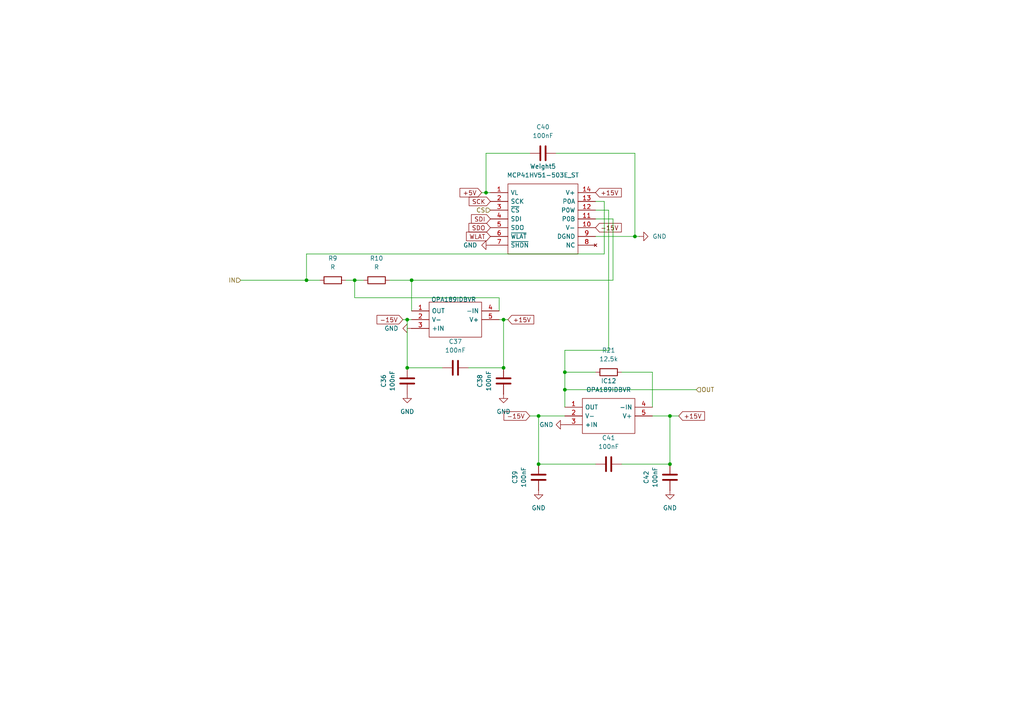
<source format=kicad_sch>
(kicad_sch
	(version 20231120)
	(generator "eeschema")
	(generator_version "8.0")
	(uuid "0bb64a8f-c93e-41c6-98fd-78c641e0170b")
	(paper "A4")
	(lib_symbols
		(symbol "Device:C"
			(pin_numbers hide)
			(pin_names
				(offset 0.254)
			)
			(exclude_from_sim no)
			(in_bom yes)
			(on_board yes)
			(property "Reference" "C"
				(at 0.635 2.54 0)
				(effects
					(font
						(size 1.27 1.27)
					)
					(justify left)
				)
			)
			(property "Value" "C"
				(at 0.635 -2.54 0)
				(effects
					(font
						(size 1.27 1.27)
					)
					(justify left)
				)
			)
			(property "Footprint" ""
				(at 0.9652 -3.81 0)
				(effects
					(font
						(size 1.27 1.27)
					)
					(hide yes)
				)
			)
			(property "Datasheet" "~"
				(at 0 0 0)
				(effects
					(font
						(size 1.27 1.27)
					)
					(hide yes)
				)
			)
			(property "Description" "Unpolarized capacitor"
				(at 0 0 0)
				(effects
					(font
						(size 1.27 1.27)
					)
					(hide yes)
				)
			)
			(property "ki_keywords" "cap capacitor"
				(at 0 0 0)
				(effects
					(font
						(size 1.27 1.27)
					)
					(hide yes)
				)
			)
			(property "ki_fp_filters" "C_*"
				(at 0 0 0)
				(effects
					(font
						(size 1.27 1.27)
					)
					(hide yes)
				)
			)
			(symbol "C_0_1"
				(polyline
					(pts
						(xy -2.032 -0.762) (xy 2.032 -0.762)
					)
					(stroke
						(width 0.508)
						(type default)
					)
					(fill
						(type none)
					)
				)
				(polyline
					(pts
						(xy -2.032 0.762) (xy 2.032 0.762)
					)
					(stroke
						(width 0.508)
						(type default)
					)
					(fill
						(type none)
					)
				)
			)
			(symbol "C_1_1"
				(pin passive line
					(at 0 3.81 270)
					(length 2.794)
					(name "~"
						(effects
							(font
								(size 1.27 1.27)
							)
						)
					)
					(number "1"
						(effects
							(font
								(size 1.27 1.27)
							)
						)
					)
				)
				(pin passive line
					(at 0 -3.81 90)
					(length 2.794)
					(name "~"
						(effects
							(font
								(size 1.27 1.27)
							)
						)
					)
					(number "2"
						(effects
							(font
								(size 1.27 1.27)
							)
						)
					)
				)
			)
		)
		(symbol "Device:R"
			(pin_numbers hide)
			(pin_names
				(offset 0)
			)
			(exclude_from_sim no)
			(in_bom yes)
			(on_board yes)
			(property "Reference" "R"
				(at 2.032 0 90)
				(effects
					(font
						(size 1.27 1.27)
					)
				)
			)
			(property "Value" "R"
				(at 0 0 90)
				(effects
					(font
						(size 1.27 1.27)
					)
				)
			)
			(property "Footprint" ""
				(at -1.778 0 90)
				(effects
					(font
						(size 1.27 1.27)
					)
					(hide yes)
				)
			)
			(property "Datasheet" "~"
				(at 0 0 0)
				(effects
					(font
						(size 1.27 1.27)
					)
					(hide yes)
				)
			)
			(property "Description" "Resistor"
				(at 0 0 0)
				(effects
					(font
						(size 1.27 1.27)
					)
					(hide yes)
				)
			)
			(property "ki_keywords" "R res resistor"
				(at 0 0 0)
				(effects
					(font
						(size 1.27 1.27)
					)
					(hide yes)
				)
			)
			(property "ki_fp_filters" "R_*"
				(at 0 0 0)
				(effects
					(font
						(size 1.27 1.27)
					)
					(hide yes)
				)
			)
			(symbol "R_0_1"
				(rectangle
					(start -1.016 -2.54)
					(end 1.016 2.54)
					(stroke
						(width 0.254)
						(type default)
					)
					(fill
						(type none)
					)
				)
			)
			(symbol "R_1_1"
				(pin passive line
					(at 0 3.81 270)
					(length 1.27)
					(name "~"
						(effects
							(font
								(size 1.27 1.27)
							)
						)
					)
					(number "1"
						(effects
							(font
								(size 1.27 1.27)
							)
						)
					)
				)
				(pin passive line
					(at 0 -3.81 90)
					(length 1.27)
					(name "~"
						(effects
							(font
								(size 1.27 1.27)
							)
						)
					)
					(number "2"
						(effects
							(font
								(size 1.27 1.27)
							)
						)
					)
				)
			)
		)
		(symbol "SamacSys_Parts:MCP41HV51-503E_ST"
			(pin_names
				(offset 0.762)
			)
			(exclude_from_sim no)
			(in_bom yes)
			(on_board yes)
			(property "Reference" "IC"
				(at 26.67 7.62 0)
				(effects
					(font
						(size 1.27 1.27)
					)
					(justify left)
				)
			)
			(property "Value" "MCP41HV51-503E_ST"
				(at 26.67 5.08 0)
				(effects
					(font
						(size 1.27 1.27)
					)
					(justify left)
				)
			)
			(property "Footprint" "SOP65P640X120-14N"
				(at 26.67 2.54 0)
				(effects
					(font
						(size 1.27 1.27)
					)
					(justify left)
					(hide yes)
				)
			)
			(property "Datasheet" "http://ww1.microchip.com/downloads/en/devicedoc/20005207b.pdf"
				(at 26.67 0 0)
				(effects
					(font
						(size 1.27 1.27)
					)
					(justify left)
					(hide yes)
				)
			)
			(property "Description" "MCP41HV51-503E/ST, Digital Potentiometer 50k 256-Position Serial-SPI 14-Pin TSSOP"
				(at 0 0 0)
				(effects
					(font
						(size 1.27 1.27)
					)
					(hide yes)
				)
			)
			(property "Description_1" "MCP41HV51-503E/ST, Digital Potentiometer 50k 256-Position Serial-SPI 14-Pin TSSOP"
				(at 26.67 -2.54 0)
				(effects
					(font
						(size 1.27 1.27)
					)
					(justify left)
					(hide yes)
				)
			)
			(property "Height" "1.2"
				(at 26.67 -5.08 0)
				(effects
					(font
						(size 1.27 1.27)
					)
					(justify left)
					(hide yes)
				)
			)
			(property "Mouser Part Number" "579-MCP41HV51-503EST"
				(at 26.67 -7.62 0)
				(effects
					(font
						(size 1.27 1.27)
					)
					(justify left)
					(hide yes)
				)
			)
			(property "Mouser Price/Stock" "https://www.mouser.co.uk/ProductDetail/Microchip-Technology/MCP41HV51-503E-ST?qs=zOnbk8%2FsRx4ZUpOx9fi55g%3D%3D"
				(at 26.67 -10.16 0)
				(effects
					(font
						(size 1.27 1.27)
					)
					(justify left)
					(hide yes)
				)
			)
			(property "Manufacturer_Name" "Microchip"
				(at 26.67 -12.7 0)
				(effects
					(font
						(size 1.27 1.27)
					)
					(justify left)
					(hide yes)
				)
			)
			(property "Manufacturer_Part_Number" "MCP41HV51-503E/ST"
				(at 26.67 -15.24 0)
				(effects
					(font
						(size 1.27 1.27)
					)
					(justify left)
					(hide yes)
				)
			)
			(symbol "MCP41HV51-503E_ST_0_0"
				(pin passive line
					(at 0 0 0)
					(length 5.08)
					(name "VL"
						(effects
							(font
								(size 1.27 1.27)
							)
						)
					)
					(number "1"
						(effects
							(font
								(size 1.27 1.27)
							)
						)
					)
				)
				(pin passive line
					(at 30.48 -10.16 180)
					(length 5.08)
					(name "V-"
						(effects
							(font
								(size 1.27 1.27)
							)
						)
					)
					(number "10"
						(effects
							(font
								(size 1.27 1.27)
							)
						)
					)
				)
				(pin passive line
					(at 30.48 -7.62 180)
					(length 5.08)
					(name "P0B"
						(effects
							(font
								(size 1.27 1.27)
							)
						)
					)
					(number "11"
						(effects
							(font
								(size 1.27 1.27)
							)
						)
					)
				)
				(pin passive line
					(at 30.48 -5.08 180)
					(length 5.08)
					(name "P0W"
						(effects
							(font
								(size 1.27 1.27)
							)
						)
					)
					(number "12"
						(effects
							(font
								(size 1.27 1.27)
							)
						)
					)
				)
				(pin passive line
					(at 30.48 -2.54 180)
					(length 5.08)
					(name "P0A"
						(effects
							(font
								(size 1.27 1.27)
							)
						)
					)
					(number "13"
						(effects
							(font
								(size 1.27 1.27)
							)
						)
					)
				)
				(pin passive line
					(at 30.48 0 180)
					(length 5.08)
					(name "V+"
						(effects
							(font
								(size 1.27 1.27)
							)
						)
					)
					(number "14"
						(effects
							(font
								(size 1.27 1.27)
							)
						)
					)
				)
				(pin passive line
					(at 0 -2.54 0)
					(length 5.08)
					(name "SCK"
						(effects
							(font
								(size 1.27 1.27)
							)
						)
					)
					(number "2"
						(effects
							(font
								(size 1.27 1.27)
							)
						)
					)
				)
				(pin passive line
					(at 0 -5.08 0)
					(length 5.08)
					(name "~{CS}"
						(effects
							(font
								(size 1.27 1.27)
							)
						)
					)
					(number "3"
						(effects
							(font
								(size 1.27 1.27)
							)
						)
					)
				)
				(pin passive line
					(at 0 -7.62 0)
					(length 5.08)
					(name "SDI"
						(effects
							(font
								(size 1.27 1.27)
							)
						)
					)
					(number "4"
						(effects
							(font
								(size 1.27 1.27)
							)
						)
					)
				)
				(pin passive line
					(at 0 -10.16 0)
					(length 5.08)
					(name "SDO"
						(effects
							(font
								(size 1.27 1.27)
							)
						)
					)
					(number "5"
						(effects
							(font
								(size 1.27 1.27)
							)
						)
					)
				)
				(pin passive line
					(at 0 -12.7 0)
					(length 5.08)
					(name "~{WLAT}"
						(effects
							(font
								(size 1.27 1.27)
							)
						)
					)
					(number "6"
						(effects
							(font
								(size 1.27 1.27)
							)
						)
					)
				)
				(pin passive line
					(at 0 -15.24 0)
					(length 5.08)
					(name "~{SHDN}"
						(effects
							(font
								(size 1.27 1.27)
							)
						)
					)
					(number "7"
						(effects
							(font
								(size 1.27 1.27)
							)
						)
					)
				)
				(pin no_connect line
					(at 30.48 -15.24 180)
					(length 5.08)
					(name "NC"
						(effects
							(font
								(size 1.27 1.27)
							)
						)
					)
					(number "8"
						(effects
							(font
								(size 1.27 1.27)
							)
						)
					)
				)
				(pin passive line
					(at 30.48 -12.7 180)
					(length 5.08)
					(name "DGND"
						(effects
							(font
								(size 1.27 1.27)
							)
						)
					)
					(number "9"
						(effects
							(font
								(size 1.27 1.27)
							)
						)
					)
				)
			)
			(symbol "MCP41HV51-503E_ST_0_1"
				(polyline
					(pts
						(xy 5.08 2.54) (xy 25.4 2.54) (xy 25.4 -17.78) (xy 5.08 -17.78) (xy 5.08 2.54)
					)
					(stroke
						(width 0.1524)
						(type solid)
					)
					(fill
						(type none)
					)
				)
			)
		)
		(symbol "SamacSys_Parts:OPA189IDBVR"
			(pin_names
				(offset 0.762)
			)
			(exclude_from_sim no)
			(in_bom yes)
			(on_board yes)
			(property "Reference" "IC"
				(at 21.59 7.62 0)
				(effects
					(font
						(size 1.27 1.27)
					)
					(justify left)
				)
			)
			(property "Value" "OPA189IDBVR"
				(at 21.59 5.08 0)
				(effects
					(font
						(size 1.27 1.27)
					)
					(justify left)
				)
			)
			(property "Footprint" "SOT95P280X145-5N"
				(at 21.59 2.54 0)
				(effects
					(font
						(size 1.27 1.27)
					)
					(justify left)
					(hide yes)
				)
			)
			(property "Datasheet" "http://www.ti.com/lit/gpn/OPA189"
				(at 21.59 0 0)
				(effects
					(font
						(size 1.27 1.27)
					)
					(justify left)
					(hide yes)
				)
			)
			(property "Description" "14MHz, MUX-friendly, low-noise, zero-drift, RRO, CMOS precision operational amplifier"
				(at 0 0 0)
				(effects
					(font
						(size 1.27 1.27)
					)
					(hide yes)
				)
			)
			(property "Description_1" "14MHz, MUX-friendly, low-noise, zero-drift, RRO, CMOS precision operational amplifier"
				(at 21.59 -2.54 0)
				(effects
					(font
						(size 1.27 1.27)
					)
					(justify left)
					(hide yes)
				)
			)
			(property "Height" "1.45"
				(at 21.59 -5.08 0)
				(effects
					(font
						(size 1.27 1.27)
					)
					(justify left)
					(hide yes)
				)
			)
			(property "Mouser Part Number" "595-OPA189IDBVR"
				(at 21.59 -7.62 0)
				(effects
					(font
						(size 1.27 1.27)
					)
					(justify left)
					(hide yes)
				)
			)
			(property "Mouser Price/Stock" "https://www.mouser.co.uk/ProductDetail/Texas-Instruments/OPA189IDBVR?qs=PzGy0jfpSMsrGOo5jUjslg%3D%3D"
				(at 21.59 -10.16 0)
				(effects
					(font
						(size 1.27 1.27)
					)
					(justify left)
					(hide yes)
				)
			)
			(property "Manufacturer_Name" "Texas Instruments"
				(at 21.59 -12.7 0)
				(effects
					(font
						(size 1.27 1.27)
					)
					(justify left)
					(hide yes)
				)
			)
			(property "Manufacturer_Part_Number" "OPA189IDBVR"
				(at 21.59 -15.24 0)
				(effects
					(font
						(size 1.27 1.27)
					)
					(justify left)
					(hide yes)
				)
			)
			(symbol "OPA189IDBVR_0_0"
				(pin passive line
					(at 0 0 0)
					(length 5.08)
					(name "OUT"
						(effects
							(font
								(size 1.27 1.27)
							)
						)
					)
					(number "1"
						(effects
							(font
								(size 1.27 1.27)
							)
						)
					)
				)
				(pin passive line
					(at 0 -2.54 0)
					(length 5.08)
					(name "V-"
						(effects
							(font
								(size 1.27 1.27)
							)
						)
					)
					(number "2"
						(effects
							(font
								(size 1.27 1.27)
							)
						)
					)
				)
				(pin passive line
					(at 0 -5.08 0)
					(length 5.08)
					(name "+IN"
						(effects
							(font
								(size 1.27 1.27)
							)
						)
					)
					(number "3"
						(effects
							(font
								(size 1.27 1.27)
							)
						)
					)
				)
				(pin passive line
					(at 25.4 0 180)
					(length 5.08)
					(name "-IN"
						(effects
							(font
								(size 1.27 1.27)
							)
						)
					)
					(number "4"
						(effects
							(font
								(size 1.27 1.27)
							)
						)
					)
				)
				(pin passive line
					(at 25.4 -2.54 180)
					(length 5.08)
					(name "V+"
						(effects
							(font
								(size 1.27 1.27)
							)
						)
					)
					(number "5"
						(effects
							(font
								(size 1.27 1.27)
							)
						)
					)
				)
			)
			(symbol "OPA189IDBVR_0_1"
				(polyline
					(pts
						(xy 5.08 2.54) (xy 20.32 2.54) (xy 20.32 -7.62) (xy 5.08 -7.62) (xy 5.08 2.54)
					)
					(stroke
						(width 0.1524)
						(type solid)
					)
					(fill
						(type none)
					)
				)
			)
		)
		(symbol "power:GND"
			(power)
			(pin_numbers hide)
			(pin_names
				(offset 0) hide)
			(exclude_from_sim no)
			(in_bom yes)
			(on_board yes)
			(property "Reference" "#PWR"
				(at 0 -6.35 0)
				(effects
					(font
						(size 1.27 1.27)
					)
					(hide yes)
				)
			)
			(property "Value" "GND"
				(at 0 -3.81 0)
				(effects
					(font
						(size 1.27 1.27)
					)
				)
			)
			(property "Footprint" ""
				(at 0 0 0)
				(effects
					(font
						(size 1.27 1.27)
					)
					(hide yes)
				)
			)
			(property "Datasheet" ""
				(at 0 0 0)
				(effects
					(font
						(size 1.27 1.27)
					)
					(hide yes)
				)
			)
			(property "Description" "Power symbol creates a global label with name \"GND\" , ground"
				(at 0 0 0)
				(effects
					(font
						(size 1.27 1.27)
					)
					(hide yes)
				)
			)
			(property "ki_keywords" "global power"
				(at 0 0 0)
				(effects
					(font
						(size 1.27 1.27)
					)
					(hide yes)
				)
			)
			(symbol "GND_0_1"
				(polyline
					(pts
						(xy 0 0) (xy 0 -1.27) (xy 1.27 -1.27) (xy 0 -2.54) (xy -1.27 -1.27) (xy 0 -1.27)
					)
					(stroke
						(width 0)
						(type default)
					)
					(fill
						(type none)
					)
				)
			)
			(symbol "GND_1_1"
				(pin power_in line
					(at 0 0 270)
					(length 0)
					(name "~"
						(effects
							(font
								(size 1.27 1.27)
							)
						)
					)
					(number "1"
						(effects
							(font
								(size 1.27 1.27)
							)
						)
					)
				)
			)
		)
	)
	(junction
		(at 118.11 106.68)
		(diameter 0)
		(color 0 0 0 0)
		(uuid "083e0374-69e5-4bae-b4a5-2f3e2c9ae2d5")
	)
	(junction
		(at 156.21 120.65)
		(diameter 0)
		(color 0 0 0 0)
		(uuid "091f82fd-9952-46d9-beb8-1510ba647b17")
	)
	(junction
		(at 102.87 81.28)
		(diameter 0)
		(color 0 0 0 0)
		(uuid "2b470e56-8501-48da-bc19-cc1c60f0c74a")
	)
	(junction
		(at 184.15 68.58)
		(diameter 0)
		(color 0 0 0 0)
		(uuid "3e35224c-04c8-4c5d-862f-22dd7122eb07")
	)
	(junction
		(at 146.05 92.71)
		(diameter 0)
		(color 0 0 0 0)
		(uuid "43153aa4-6e58-4df2-8db0-397329fba22b")
	)
	(junction
		(at 140.97 55.88)
		(diameter 0)
		(color 0 0 0 0)
		(uuid "5a41481f-a80d-49d1-9ad2-159e814ea4c7")
	)
	(junction
		(at 118.11 92.71)
		(diameter 0)
		(color 0 0 0 0)
		(uuid "5e9e346e-78d6-45bf-bf27-c8db80b0c289")
	)
	(junction
		(at 119.38 81.28)
		(diameter 0)
		(color 0 0 0 0)
		(uuid "62d5ba5a-98af-43df-abb7-4dfdbd3eff1c")
	)
	(junction
		(at 163.83 113.03)
		(diameter 0)
		(color 0 0 0 0)
		(uuid "6c6f771f-f742-4559-853d-a180a67f6dd0")
	)
	(junction
		(at 163.83 107.95)
		(diameter 0)
		(color 0 0 0 0)
		(uuid "87041e57-83d4-4820-a930-466cea2a08a6")
	)
	(junction
		(at 156.21 134.62)
		(diameter 0)
		(color 0 0 0 0)
		(uuid "c71c449c-63b7-4332-af22-620c58c5e175")
	)
	(junction
		(at 194.31 134.62)
		(diameter 0)
		(color 0 0 0 0)
		(uuid "e46de67d-a23d-4b7e-a7c1-f3dfe01129cf")
	)
	(junction
		(at 146.05 106.68)
		(diameter 0)
		(color 0 0 0 0)
		(uuid "eb860de3-2065-4f1c-8161-699528c0fafd")
	)
	(junction
		(at 194.31 120.65)
		(diameter 0)
		(color 0 0 0 0)
		(uuid "eeb365a7-26bd-41de-ac1f-7838ae2ccdfb")
	)
	(junction
		(at 88.9 81.28)
		(diameter 0)
		(color 0 0 0 0)
		(uuid "f9011e74-9d2a-4c01-b37f-e04f4e4e9327")
	)
	(wire
		(pts
			(xy 146.05 106.68) (xy 146.05 92.71)
		)
		(stroke
			(width 0)
			(type default)
		)
		(uuid "0a876e79-7e92-459d-a19c-29f9716499dc")
	)
	(wire
		(pts
			(xy 119.38 81.28) (xy 113.03 81.28)
		)
		(stroke
			(width 0)
			(type default)
		)
		(uuid "17fd6155-2055-4031-9612-292d345127c7")
	)
	(wire
		(pts
			(xy 118.11 92.71) (xy 119.38 92.71)
		)
		(stroke
			(width 0)
			(type default)
		)
		(uuid "1a602531-9042-4f57-aa18-8660fde059b5")
	)
	(wire
		(pts
			(xy 184.15 68.58) (xy 172.72 68.58)
		)
		(stroke
			(width 0)
			(type default)
		)
		(uuid "1e03317c-0c2c-4c19-ad8f-4e7cf745f981")
	)
	(wire
		(pts
			(xy 156.21 120.65) (xy 163.83 120.65)
		)
		(stroke
			(width 0)
			(type default)
		)
		(uuid "1efbbabe-ea6f-4af7-abda-c4cb1d283f66")
	)
	(wire
		(pts
			(xy 88.9 81.28) (xy 92.71 81.28)
		)
		(stroke
			(width 0)
			(type default)
		)
		(uuid "218e4ff4-e308-453d-b305-cce026ec2953")
	)
	(wire
		(pts
			(xy 118.11 106.68) (xy 118.11 92.71)
		)
		(stroke
			(width 0)
			(type default)
		)
		(uuid "26291a43-61c5-4b33-a9fd-19c04bea1334")
	)
	(wire
		(pts
			(xy 176.53 60.96) (xy 172.72 60.96)
		)
		(stroke
			(width 0)
			(type default)
		)
		(uuid "26f9480f-1457-48fc-95fb-08da5f839b92")
	)
	(wire
		(pts
			(xy 119.38 81.28) (xy 177.8 81.28)
		)
		(stroke
			(width 0)
			(type default)
		)
		(uuid "2b0babb2-cc3d-4bb1-b46a-84fdbf136aee")
	)
	(wire
		(pts
			(xy 163.83 118.11) (xy 163.83 113.03)
		)
		(stroke
			(width 0)
			(type default)
		)
		(uuid "35745001-2407-4e12-9928-96c61881ff3d")
	)
	(wire
		(pts
			(xy 135.89 106.68) (xy 146.05 106.68)
		)
		(stroke
			(width 0)
			(type default)
		)
		(uuid "3fdc108b-2c5a-41d3-90bf-1b764dbf2029")
	)
	(wire
		(pts
			(xy 119.38 90.17) (xy 119.38 81.28)
		)
		(stroke
			(width 0)
			(type default)
		)
		(uuid "4240c8a3-03f8-41cc-8466-5b09098eb359")
	)
	(wire
		(pts
			(xy 175.26 73.66) (xy 175.26 58.42)
		)
		(stroke
			(width 0)
			(type default)
		)
		(uuid "451eebdb-cda7-4271-899a-b2c0dce04789")
	)
	(wire
		(pts
			(xy 153.67 44.45) (xy 140.97 44.45)
		)
		(stroke
			(width 0)
			(type default)
		)
		(uuid "47145d07-b81a-44d6-ac73-74b68360054f")
	)
	(wire
		(pts
			(xy 172.72 107.95) (xy 163.83 107.95)
		)
		(stroke
			(width 0)
			(type default)
		)
		(uuid "47777cec-9598-4cf7-b67b-f1caecb42437")
	)
	(wire
		(pts
			(xy 156.21 134.62) (xy 156.21 120.65)
		)
		(stroke
			(width 0)
			(type default)
		)
		(uuid "48182f54-e882-4963-8f4e-318beb2cac2f")
	)
	(wire
		(pts
			(xy 102.87 86.36) (xy 144.78 86.36)
		)
		(stroke
			(width 0)
			(type default)
		)
		(uuid "48e4bef1-d7dc-422a-b7c3-b29c2ba69dc2")
	)
	(wire
		(pts
			(xy 189.23 107.95) (xy 180.34 107.95)
		)
		(stroke
			(width 0)
			(type default)
		)
		(uuid "635760a1-dfd5-4e99-ad99-a47607af0cea")
	)
	(wire
		(pts
			(xy 163.83 101.6) (xy 163.83 107.95)
		)
		(stroke
			(width 0)
			(type default)
		)
		(uuid "6399e26e-7b56-411e-ab9e-510c1385f523")
	)
	(wire
		(pts
			(xy 176.53 101.6) (xy 163.83 101.6)
		)
		(stroke
			(width 0)
			(type default)
		)
		(uuid "644f3475-dbc1-455c-af3b-110fd1d4ff9b")
	)
	(wire
		(pts
			(xy 177.8 63.5) (xy 172.72 63.5)
		)
		(stroke
			(width 0)
			(type default)
		)
		(uuid "661160fd-2867-4649-aba0-c8ba5fe9b4ea")
	)
	(wire
		(pts
			(xy 194.31 134.62) (xy 194.31 120.65)
		)
		(stroke
			(width 0)
			(type default)
		)
		(uuid "66bb94c4-c5f1-41a2-b1bf-de1745296dd5")
	)
	(wire
		(pts
			(xy 147.32 92.71) (xy 146.05 92.71)
		)
		(stroke
			(width 0)
			(type default)
		)
		(uuid "67b46acb-1571-448e-b25d-1fb71c11f981")
	)
	(wire
		(pts
			(xy 116.84 92.71) (xy 118.11 92.71)
		)
		(stroke
			(width 0)
			(type default)
		)
		(uuid "7048de7a-d5f3-43f3-8b3e-52563ebbff87")
	)
	(wire
		(pts
			(xy 177.8 63.5) (xy 177.8 81.28)
		)
		(stroke
			(width 0)
			(type default)
		)
		(uuid "77bd03f7-ea9d-4527-8ab4-c30a3a7ae526")
	)
	(wire
		(pts
			(xy 88.9 73.66) (xy 175.26 73.66)
		)
		(stroke
			(width 0)
			(type default)
		)
		(uuid "7995c4f5-1031-481d-be68-09425d4b85ac")
	)
	(wire
		(pts
			(xy 128.27 106.68) (xy 118.11 106.68)
		)
		(stroke
			(width 0)
			(type default)
		)
		(uuid "7c34babf-d3a1-4750-9d24-05489f5241c2")
	)
	(wire
		(pts
			(xy 189.23 118.11) (xy 189.23 107.95)
		)
		(stroke
			(width 0)
			(type default)
		)
		(uuid "8d124672-8e8a-4259-a529-aa3fe6e77732")
	)
	(wire
		(pts
			(xy 194.31 120.65) (xy 189.23 120.65)
		)
		(stroke
			(width 0)
			(type default)
		)
		(uuid "8e81c4ce-7bb6-4774-bc96-a861a544d088")
	)
	(wire
		(pts
			(xy 172.72 134.62) (xy 156.21 134.62)
		)
		(stroke
			(width 0)
			(type default)
		)
		(uuid "8f90c747-a648-401c-8a72-8d62d426ee5c")
	)
	(wire
		(pts
			(xy 144.78 90.17) (xy 144.78 86.36)
		)
		(stroke
			(width 0)
			(type default)
		)
		(uuid "9582b99b-bd94-461c-9d1d-2d52b4405fc7")
	)
	(wire
		(pts
			(xy 175.26 58.42) (xy 172.72 58.42)
		)
		(stroke
			(width 0)
			(type default)
		)
		(uuid "96e90709-3c39-4a42-a18a-40219f19a203")
	)
	(wire
		(pts
			(xy 196.85 120.65) (xy 194.31 120.65)
		)
		(stroke
			(width 0)
			(type default)
		)
		(uuid "a089e006-20cc-4879-9e17-02e5ff573670")
	)
	(wire
		(pts
			(xy 102.87 81.28) (xy 102.87 86.36)
		)
		(stroke
			(width 0)
			(type default)
		)
		(uuid "a46b1849-298a-4df7-b914-d189f09df555")
	)
	(wire
		(pts
			(xy 140.97 55.88) (xy 142.24 55.88)
		)
		(stroke
			(width 0)
			(type default)
		)
		(uuid "a6805906-c8ad-4347-bbad-8085c827bd0e")
	)
	(wire
		(pts
			(xy 88.9 81.28) (xy 88.9 73.66)
		)
		(stroke
			(width 0)
			(type default)
		)
		(uuid "ace21d9b-9c92-45d0-af35-a4bbcf2d8f67")
	)
	(wire
		(pts
			(xy 102.87 81.28) (xy 105.41 81.28)
		)
		(stroke
			(width 0)
			(type default)
		)
		(uuid "af56f2fb-e7ed-437f-a4cb-4e1f94f4fc56")
	)
	(wire
		(pts
			(xy 163.83 107.95) (xy 163.83 113.03)
		)
		(stroke
			(width 0)
			(type default)
		)
		(uuid "afb35425-392e-49d9-ae0d-110a08ca13a0")
	)
	(wire
		(pts
			(xy 69.85 81.28) (xy 88.9 81.28)
		)
		(stroke
			(width 0)
			(type default)
		)
		(uuid "b093d48f-1052-4f25-96b7-fe7c4828fcec")
	)
	(wire
		(pts
			(xy 100.33 81.28) (xy 102.87 81.28)
		)
		(stroke
			(width 0)
			(type default)
		)
		(uuid "b4a7980d-7d20-4ce8-870e-a4a2bca7cd63")
	)
	(wire
		(pts
			(xy 185.42 68.58) (xy 184.15 68.58)
		)
		(stroke
			(width 0)
			(type default)
		)
		(uuid "cbde37bb-ec75-4935-b819-5bf3f3e8b5bc")
	)
	(wire
		(pts
			(xy 146.05 92.71) (xy 144.78 92.71)
		)
		(stroke
			(width 0)
			(type default)
		)
		(uuid "ccd92157-eaca-48bb-a0db-8b72d0059ecf")
	)
	(wire
		(pts
			(xy 139.7 55.88) (xy 140.97 55.88)
		)
		(stroke
			(width 0)
			(type default)
		)
		(uuid "ce2b0591-bd95-4baa-8cce-795f28ff7d2b")
	)
	(wire
		(pts
			(xy 176.53 60.96) (xy 176.53 101.6)
		)
		(stroke
			(width 0)
			(type default)
		)
		(uuid "d2497f3f-72fc-4e46-b142-2d6a47346afe")
	)
	(wire
		(pts
			(xy 184.15 44.45) (xy 184.15 68.58)
		)
		(stroke
			(width 0)
			(type default)
		)
		(uuid "d6838e2f-a770-4e2e-9f5d-483b8a206808")
	)
	(wire
		(pts
			(xy 140.97 44.45) (xy 140.97 55.88)
		)
		(stroke
			(width 0)
			(type default)
		)
		(uuid "e1f9efc7-f3e8-4b7c-9469-b73e510fc39a")
	)
	(wire
		(pts
			(xy 180.34 134.62) (xy 194.31 134.62)
		)
		(stroke
			(width 0)
			(type default)
		)
		(uuid "e4698cc7-90bd-472d-bac8-50e63324ab46")
	)
	(wire
		(pts
			(xy 161.29 44.45) (xy 184.15 44.45)
		)
		(stroke
			(width 0)
			(type default)
		)
		(uuid "f2452eb3-d8e3-4f17-8fb3-24c2710b2249")
	)
	(wire
		(pts
			(xy 153.67 120.65) (xy 156.21 120.65)
		)
		(stroke
			(width 0)
			(type default)
		)
		(uuid "f5f3f49d-87c4-4a48-b591-d2f769634256")
	)
	(wire
		(pts
			(xy 163.83 113.03) (xy 201.93 113.03)
		)
		(stroke
			(width 0)
			(type default)
		)
		(uuid "ff06365d-ea68-4264-9e12-7f7edc50bce1")
	)
	(global_label "+5V"
		(shape input)
		(at 139.7 55.88 180)
		(fields_autoplaced yes)
		(effects
			(font
				(size 1.27 1.27)
			)
			(justify right)
		)
		(uuid "0940a08d-e0a9-42d2-a991-f69e71083d15")
		(property "Intersheetrefs" "${INTERSHEET_REFS}"
			(at 132.8443 55.88 0)
			(effects
				(font
					(size 1.27 1.27)
				)
				(justify right)
				(hide yes)
			)
		)
	)
	(global_label "-15V"
		(shape input)
		(at 116.84 92.71 180)
		(fields_autoplaced yes)
		(effects
			(font
				(size 1.27 1.27)
			)
			(justify right)
		)
		(uuid "25f32ff8-9ed0-43e5-9cbd-51561fed1244")
		(property "Intersheetrefs" "${INTERSHEET_REFS}"
			(at 108.7748 92.71 0)
			(effects
				(font
					(size 1.27 1.27)
				)
				(justify right)
				(hide yes)
			)
		)
	)
	(global_label "WLAT"
		(shape input)
		(at 142.24 68.58 180)
		(fields_autoplaced yes)
		(effects
			(font
				(size 1.27 1.27)
			)
			(justify right)
		)
		(uuid "4c4db845-80f7-45e6-a411-77a011111576")
		(property "Intersheetrefs" "${INTERSHEET_REFS}"
			(at 134.7191 68.58 0)
			(effects
				(font
					(size 1.27 1.27)
				)
				(justify right)
				(hide yes)
			)
		)
	)
	(global_label "SCK"
		(shape input)
		(at 142.24 58.42 180)
		(fields_autoplaced yes)
		(effects
			(font
				(size 1.27 1.27)
			)
			(justify right)
		)
		(uuid "679b390f-de07-489e-a469-be36db64882b")
		(property "Intersheetrefs" "${INTERSHEET_REFS}"
			(at 135.5053 58.42 0)
			(effects
				(font
					(size 1.27 1.27)
				)
				(justify right)
				(hide yes)
			)
		)
	)
	(global_label "+15V"
		(shape input)
		(at 172.72 55.88 0)
		(fields_autoplaced yes)
		(effects
			(font
				(size 1.27 1.27)
			)
			(justify left)
		)
		(uuid "6f30afd4-6e24-40e7-aaf6-9c6e2af73b41")
		(property "Intersheetrefs" "${INTERSHEET_REFS}"
			(at 180.7852 55.88 0)
			(effects
				(font
					(size 1.27 1.27)
				)
				(justify left)
				(hide yes)
			)
		)
	)
	(global_label "+15V"
		(shape input)
		(at 196.85 120.65 0)
		(fields_autoplaced yes)
		(effects
			(font
				(size 1.27 1.27)
			)
			(justify left)
		)
		(uuid "70083a78-bce3-410a-803f-7f17704b5e3d")
		(property "Intersheetrefs" "${INTERSHEET_REFS}"
			(at 204.9152 120.65 0)
			(effects
				(font
					(size 1.27 1.27)
				)
				(justify left)
				(hide yes)
			)
		)
	)
	(global_label "SDI"
		(shape input)
		(at 142.24 63.5 180)
		(fields_autoplaced yes)
		(effects
			(font
				(size 1.27 1.27)
			)
			(justify right)
		)
		(uuid "73d24b47-4ad2-4d44-848c-b24377fc3ea3")
		(property "Intersheetrefs" "${INTERSHEET_REFS}"
			(at 136.1705 63.5 0)
			(effects
				(font
					(size 1.27 1.27)
				)
				(justify right)
				(hide yes)
			)
		)
	)
	(global_label "-15V"
		(shape input)
		(at 153.67 120.65 180)
		(fields_autoplaced yes)
		(effects
			(font
				(size 1.27 1.27)
			)
			(justify right)
		)
		(uuid "79d0d582-1cce-4d5e-a763-44db6c817b2d")
		(property "Intersheetrefs" "${INTERSHEET_REFS}"
			(at 145.6048 120.65 0)
			(effects
				(font
					(size 1.27 1.27)
				)
				(justify right)
				(hide yes)
			)
		)
	)
	(global_label "+15V"
		(shape input)
		(at 147.32 92.71 0)
		(fields_autoplaced yes)
		(effects
			(font
				(size 1.27 1.27)
			)
			(justify left)
		)
		(uuid "9a70e012-0ee5-4892-a73d-59be9b11a978")
		(property "Intersheetrefs" "${INTERSHEET_REFS}"
			(at 155.3852 92.71 0)
			(effects
				(font
					(size 1.27 1.27)
				)
				(justify left)
				(hide yes)
			)
		)
	)
	(global_label "-15V"
		(shape input)
		(at 172.72 66.04 0)
		(fields_autoplaced yes)
		(effects
			(font
				(size 1.27 1.27)
			)
			(justify left)
		)
		(uuid "e0b87d35-6daf-48ba-8aec-7f874b83da71")
		(property "Intersheetrefs" "${INTERSHEET_REFS}"
			(at 180.7852 66.04 0)
			(effects
				(font
					(size 1.27 1.27)
				)
				(justify left)
				(hide yes)
			)
		)
	)
	(global_label "SDO"
		(shape input)
		(at 142.24 66.04 180)
		(fields_autoplaced yes)
		(effects
			(font
				(size 1.27 1.27)
			)
			(justify right)
		)
		(uuid "ff085b1b-d384-4d35-a819-d119512d39ec")
		(property "Intersheetrefs" "${INTERSHEET_REFS}"
			(at 135.4448 66.04 0)
			(effects
				(font
					(size 1.27 1.27)
				)
				(justify right)
				(hide yes)
			)
		)
	)
	(hierarchical_label "OUT"
		(shape input)
		(at 201.93 113.03 0)
		(fields_autoplaced yes)
		(effects
			(font
				(size 1.27 1.27)
			)
			(justify left)
		)
		(uuid "182e5883-e872-4e0f-917d-69169c400c68")
	)
	(hierarchical_label "CS"
		(shape input)
		(at 142.24 60.96 180)
		(fields_autoplaced yes)
		(effects
			(font
				(size 1.27 1.27)
			)
			(justify right)
		)
		(uuid "37fcabff-f46c-454d-b2d6-97f1ed8bb61e")
	)
	(hierarchical_label "IN"
		(shape input)
		(at 69.85 81.28 180)
		(fields_autoplaced yes)
		(effects
			(font
				(size 1.27 1.27)
			)
			(justify right)
		)
		(uuid "d71be735-9f87-45d0-a6fe-e2e0f76fa100")
	)
	(symbol
		(lib_id "power:GND")
		(at 194.31 142.24 0)
		(unit 1)
		(exclude_from_sim no)
		(in_bom yes)
		(on_board yes)
		(dnp no)
		(fields_autoplaced yes)
		(uuid "0c553c4a-9802-4513-b607-4379f9eaf0e1")
		(property "Reference" "#PWR050"
			(at 194.31 148.59 0)
			(effects
				(font
					(size 1.27 1.27)
				)
				(hide yes)
			)
		)
		(property "Value" "GND"
			(at 194.31 147.32 0)
			(effects
				(font
					(size 1.27 1.27)
				)
			)
		)
		(property "Footprint" ""
			(at 194.31 142.24 0)
			(effects
				(font
					(size 1.27 1.27)
				)
				(hide yes)
			)
		)
		(property "Datasheet" ""
			(at 194.31 142.24 0)
			(effects
				(font
					(size 1.27 1.27)
				)
				(hide yes)
			)
		)
		(property "Description" "Power symbol creates a global label with name \"GND\" , ground"
			(at 194.31 142.24 0)
			(effects
				(font
					(size 1.27 1.27)
				)
				(hide yes)
			)
		)
		(pin "1"
			(uuid "7ab0d986-7aa7-48d8-b133-150fa8c9e702")
		)
		(instances
			(project "Weights V4"
				(path "/2841339f-fae0-4560-97f8-f08d101ec181/1ee40f5e-4ae7-4d8e-a5db-945112256384"
					(reference "#PWR050")
					(unit 1)
				)
				(path "/2841339f-fae0-4560-97f8-f08d101ec181/2abe96a6-0ce2-4a45-a7fd-9d1c8bb9b974"
					(reference "#PWR068")
					(unit 1)
				)
				(path "/2841339f-fae0-4560-97f8-f08d101ec181/43d4f0eb-090d-49f5-8434-39cd75ef5bc5"
					(reference "#PWR023")
					(unit 1)
				)
				(path "/2841339f-fae0-4560-97f8-f08d101ec181/45e4f001-5c42-4b47-bd7a-8c11a1d742f6"
					(reference "#PWR014")
					(unit 1)
				)
				(path "/2841339f-fae0-4560-97f8-f08d101ec181/8266503d-dfe2-4bb9-aa08-e756a4bb2dda"
					(reference "#PWR041")
					(unit 1)
				)
				(path "/2841339f-fae0-4560-97f8-f08d101ec181/9078dafd-f175-4593-a899-522cd061dcc4"
					(reference "#PWR077")
					(unit 1)
				)
				(path "/2841339f-fae0-4560-97f8-f08d101ec181/93baf4b1-28f0-4315-b5f0-396d17e32f37"
					(reference "#PWR032")
					(unit 1)
				)
				(path "/2841339f-fae0-4560-97f8-f08d101ec181/e566368f-c0c7-4d0f-8c4d-2338c0115914"
					(reference "#PWR059")
					(unit 1)
				)
			)
		)
	)
	(symbol
		(lib_id "Device:R")
		(at 176.53 107.95 90)
		(unit 1)
		(exclude_from_sim no)
		(in_bom yes)
		(on_board yes)
		(dnp no)
		(fields_autoplaced yes)
		(uuid "113cd87d-80b4-4768-96b8-b7f823c70000")
		(property "Reference" "R21"
			(at 176.53 101.6 90)
			(effects
				(font
					(size 1.27 1.27)
				)
			)
		)
		(property "Value" "12.5k"
			(at 176.53 104.14 90)
			(effects
				(font
					(size 1.27 1.27)
				)
			)
		)
		(property "Footprint" "Resistor_SMD:R_0805_2012Metric"
			(at 176.53 109.728 90)
			(effects
				(font
					(size 1.27 1.27)
				)
				(hide yes)
			)
		)
		(property "Datasheet" "~"
			(at 176.53 107.95 0)
			(effects
				(font
					(size 1.27 1.27)
				)
				(hide yes)
			)
		)
		(property "Description" "Resistor"
			(at 176.53 107.95 0)
			(effects
				(font
					(size 1.27 1.27)
				)
				(hide yes)
			)
		)
		(pin "2"
			(uuid "1a33107f-c1d9-44d1-ba2f-e9b900811a4e")
		)
		(pin "1"
			(uuid "f48d0dcf-11fe-4b2b-9fc5-28062e9bf901")
		)
		(instances
			(project "Weights V4"
				(path "/2841339f-fae0-4560-97f8-f08d101ec181/1ee40f5e-4ae7-4d8e-a5db-945112256384"
					(reference "R21")
					(unit 1)
				)
				(path "/2841339f-fae0-4560-97f8-f08d101ec181/2abe96a6-0ce2-4a45-a7fd-9d1c8bb9b974"
					(reference "R23")
					(unit 1)
				)
				(path "/2841339f-fae0-4560-97f8-f08d101ec181/43d4f0eb-090d-49f5-8434-39cd75ef5bc5"
					(reference "R18")
					(unit 1)
				)
				(path "/2841339f-fae0-4560-97f8-f08d101ec181/45e4f001-5c42-4b47-bd7a-8c11a1d742f6"
					(reference "R17")
					(unit 1)
				)
				(path "/2841339f-fae0-4560-97f8-f08d101ec181/8266503d-dfe2-4bb9-aa08-e756a4bb2dda"
					(reference "R20")
					(unit 1)
				)
				(path "/2841339f-fae0-4560-97f8-f08d101ec181/9078dafd-f175-4593-a899-522cd061dcc4"
					(reference "R24")
					(unit 1)
				)
				(path "/2841339f-fae0-4560-97f8-f08d101ec181/93baf4b1-28f0-4315-b5f0-396d17e32f37"
					(reference "R19")
					(unit 1)
				)
				(path "/2841339f-fae0-4560-97f8-f08d101ec181/e566368f-c0c7-4d0f-8c4d-2338c0115914"
					(reference "R22")
					(unit 1)
				)
			)
		)
	)
	(symbol
		(lib_id "Device:R")
		(at 109.22 81.28 90)
		(unit 1)
		(exclude_from_sim no)
		(in_bom yes)
		(on_board yes)
		(dnp no)
		(fields_autoplaced yes)
		(uuid "16305cda-5e45-46b8-81b9-bf529e63b455")
		(property "Reference" "R10"
			(at 109.22 74.93 90)
			(effects
				(font
					(size 1.27 1.27)
				)
			)
		)
		(property "Value" "R"
			(at 109.22 77.47 90)
			(effects
				(font
					(size 1.27 1.27)
				)
			)
		)
		(property "Footprint" "Resistor_SMD:R_0805_2012Metric"
			(at 109.22 83.058 90)
			(effects
				(font
					(size 1.27 1.27)
				)
				(hide yes)
			)
		)
		(property "Datasheet" "~"
			(at 109.22 81.28 0)
			(effects
				(font
					(size 1.27 1.27)
				)
				(hide yes)
			)
		)
		(property "Description" "Resistor"
			(at 109.22 81.28 0)
			(effects
				(font
					(size 1.27 1.27)
				)
				(hide yes)
			)
		)
		(pin "2"
			(uuid "47dff653-a2c9-4158-a7cb-e039a2d457d1")
		)
		(pin "1"
			(uuid "f1b862a6-cb0e-4f4f-b7a6-7ecb16000ffb")
		)
		(instances
			(project "Weights V4"
				(path "/2841339f-fae0-4560-97f8-f08d101ec181/1ee40f5e-4ae7-4d8e-a5db-945112256384"
					(reference "R10")
					(unit 1)
				)
				(path "/2841339f-fae0-4560-97f8-f08d101ec181/2abe96a6-0ce2-4a45-a7fd-9d1c8bb9b974"
					(reference "R14")
					(unit 1)
				)
				(path "/2841339f-fae0-4560-97f8-f08d101ec181/43d4f0eb-090d-49f5-8434-39cd75ef5bc5"
					(reference "R4")
					(unit 1)
				)
				(path "/2841339f-fae0-4560-97f8-f08d101ec181/45e4f001-5c42-4b47-bd7a-8c11a1d742f6"
					(reference "R2")
					(unit 1)
				)
				(path "/2841339f-fae0-4560-97f8-f08d101ec181/8266503d-dfe2-4bb9-aa08-e756a4bb2dda"
					(reference "R8")
					(unit 1)
				)
				(path "/2841339f-fae0-4560-97f8-f08d101ec181/9078dafd-f175-4593-a899-522cd061dcc4"
					(reference "R16")
					(unit 1)
				)
				(path "/2841339f-fae0-4560-97f8-f08d101ec181/93baf4b1-28f0-4315-b5f0-396d17e32f37"
					(reference "R6")
					(unit 1)
				)
				(path "/2841339f-fae0-4560-97f8-f08d101ec181/e566368f-c0c7-4d0f-8c4d-2338c0115914"
					(reference "R12")
					(unit 1)
				)
			)
		)
	)
	(symbol
		(lib_id "power:GND")
		(at 163.83 123.19 270)
		(unit 1)
		(exclude_from_sim no)
		(in_bom yes)
		(on_board yes)
		(dnp no)
		(uuid "2c4f7e2f-1989-4c65-bf66-be254e58bd4b")
		(property "Reference" "#PWR048"
			(at 157.48 123.19 0)
			(effects
				(font
					(size 1.27 1.27)
				)
				(hide yes)
			)
		)
		(property "Value" "GND"
			(at 160.528 123.19 90)
			(effects
				(font
					(size 1.27 1.27)
				)
				(justify right)
			)
		)
		(property "Footprint" ""
			(at 163.83 123.19 0)
			(effects
				(font
					(size 1.27 1.27)
				)
				(hide yes)
			)
		)
		(property "Datasheet" ""
			(at 163.83 123.19 0)
			(effects
				(font
					(size 1.27 1.27)
				)
				(hide yes)
			)
		)
		(property "Description" "Power symbol creates a global label with name \"GND\" , ground"
			(at 163.83 123.19 0)
			(effects
				(font
					(size 1.27 1.27)
				)
				(hide yes)
			)
		)
		(pin "1"
			(uuid "1e0de98a-01f4-44ec-a0fa-2894bea6d994")
		)
		(instances
			(project "Weights V4"
				(path "/2841339f-fae0-4560-97f8-f08d101ec181/1ee40f5e-4ae7-4d8e-a5db-945112256384"
					(reference "#PWR048")
					(unit 1)
				)
				(path "/2841339f-fae0-4560-97f8-f08d101ec181/2abe96a6-0ce2-4a45-a7fd-9d1c8bb9b974"
					(reference "#PWR066")
					(unit 1)
				)
				(path "/2841339f-fae0-4560-97f8-f08d101ec181/43d4f0eb-090d-49f5-8434-39cd75ef5bc5"
					(reference "#PWR021")
					(unit 1)
				)
				(path "/2841339f-fae0-4560-97f8-f08d101ec181/45e4f001-5c42-4b47-bd7a-8c11a1d742f6"
					(reference "#PWR012")
					(unit 1)
				)
				(path "/2841339f-fae0-4560-97f8-f08d101ec181/8266503d-dfe2-4bb9-aa08-e756a4bb2dda"
					(reference "#PWR039")
					(unit 1)
				)
				(path "/2841339f-fae0-4560-97f8-f08d101ec181/9078dafd-f175-4593-a899-522cd061dcc4"
					(reference "#PWR075")
					(unit 1)
				)
				(path "/2841339f-fae0-4560-97f8-f08d101ec181/93baf4b1-28f0-4315-b5f0-396d17e32f37"
					(reference "#PWR030")
					(unit 1)
				)
				(path "/2841339f-fae0-4560-97f8-f08d101ec181/e566368f-c0c7-4d0f-8c4d-2338c0115914"
					(reference "#PWR057")
					(unit 1)
				)
			)
		)
	)
	(symbol
		(lib_id "power:GND")
		(at 185.42 68.58 90)
		(unit 1)
		(exclude_from_sim no)
		(in_bom yes)
		(on_board yes)
		(dnp no)
		(fields_autoplaced yes)
		(uuid "32a2d7a1-198c-4800-8414-8ee3e27897be")
		(property "Reference" "#PWR049"
			(at 191.77 68.58 0)
			(effects
				(font
					(size 1.27 1.27)
				)
				(hide yes)
			)
		)
		(property "Value" "GND"
			(at 189.23 68.5799 90)
			(effects
				(font
					(size 1.27 1.27)
				)
				(justify right)
			)
		)
		(property "Footprint" ""
			(at 185.42 68.58 0)
			(effects
				(font
					(size 1.27 1.27)
				)
				(hide yes)
			)
		)
		(property "Datasheet" ""
			(at 185.42 68.58 0)
			(effects
				(font
					(size 1.27 1.27)
				)
				(hide yes)
			)
		)
		(property "Description" "Power symbol creates a global label with name \"GND\" , ground"
			(at 185.42 68.58 0)
			(effects
				(font
					(size 1.27 1.27)
				)
				(hide yes)
			)
		)
		(pin "1"
			(uuid "80b3c25a-ba69-4ebd-8113-fc716c2f5815")
		)
		(instances
			(project "Weights V4"
				(path "/2841339f-fae0-4560-97f8-f08d101ec181/1ee40f5e-4ae7-4d8e-a5db-945112256384"
					(reference "#PWR049")
					(unit 1)
				)
				(path "/2841339f-fae0-4560-97f8-f08d101ec181/2abe96a6-0ce2-4a45-a7fd-9d1c8bb9b974"
					(reference "#PWR067")
					(unit 1)
				)
				(path "/2841339f-fae0-4560-97f8-f08d101ec181/43d4f0eb-090d-49f5-8434-39cd75ef5bc5"
					(reference "#PWR022")
					(unit 1)
				)
				(path "/2841339f-fae0-4560-97f8-f08d101ec181/45e4f001-5c42-4b47-bd7a-8c11a1d742f6"
					(reference "#PWR013")
					(unit 1)
				)
				(path "/2841339f-fae0-4560-97f8-f08d101ec181/8266503d-dfe2-4bb9-aa08-e756a4bb2dda"
					(reference "#PWR040")
					(unit 1)
				)
				(path "/2841339f-fae0-4560-97f8-f08d101ec181/9078dafd-f175-4593-a899-522cd061dcc4"
					(reference "#PWR076")
					(unit 1)
				)
				(path "/2841339f-fae0-4560-97f8-f08d101ec181/93baf4b1-28f0-4315-b5f0-396d17e32f37"
					(reference "#PWR031")
					(unit 1)
				)
				(path "/2841339f-fae0-4560-97f8-f08d101ec181/e566368f-c0c7-4d0f-8c4d-2338c0115914"
					(reference "#PWR058")
					(unit 1)
				)
			)
		)
	)
	(symbol
		(lib_id "SamacSys_Parts:OPA189IDBVR")
		(at 119.38 90.17 0)
		(unit 1)
		(exclude_from_sim no)
		(in_bom yes)
		(on_board yes)
		(dnp no)
		(uuid "419a4d9d-9843-44b2-a646-b8fc6b40024e")
		(property "Reference" "IC11"
			(at 102.87 81.28 0)
			(effects
				(font
					(size 1.27 1.27)
				)
				(hide yes)
			)
		)
		(property "Value" "OPA189IDBVR"
			(at 131.572 86.868 0)
			(effects
				(font
					(size 1.27 1.27)
				)
			)
		)
		(property "Footprint" "SamacSys_Parts:SOT95P280X145-5N"
			(at 140.97 87.63 0)
			(effects
				(font
					(size 1.27 1.27)
				)
				(justify left)
				(hide yes)
			)
		)
		(property "Datasheet" "http://www.ti.com/lit/gpn/OPA189"
			(at 140.97 90.17 0)
			(effects
				(font
					(size 1.27 1.27)
				)
				(justify left)
				(hide yes)
			)
		)
		(property "Description" "14MHz, MUX-friendly, low-noise, zero-drift, RRO, CMOS precision operational amplifier"
			(at 119.38 90.17 0)
			(effects
				(font
					(size 1.27 1.27)
				)
				(hide yes)
			)
		)
		(property "Description_1" "14MHz, MUX-friendly, low-noise, zero-drift, RRO, CMOS precision operational amplifier"
			(at 140.97 92.71 0)
			(effects
				(font
					(size 1.27 1.27)
				)
				(justify left)
				(hide yes)
			)
		)
		(property "Height" "1.45"
			(at 140.97 95.25 0)
			(effects
				(font
					(size 1.27 1.27)
				)
				(justify left)
				(hide yes)
			)
		)
		(property "Mouser Part Number" "595-OPA189IDBVR"
			(at 140.97 97.79 0)
			(effects
				(font
					(size 1.27 1.27)
				)
				(justify left)
				(hide yes)
			)
		)
		(property "Mouser Price/Stock" "https://www.mouser.co.uk/ProductDetail/Texas-Instruments/OPA189IDBVR?qs=PzGy0jfpSMsrGOo5jUjslg%3D%3D"
			(at 140.97 100.33 0)
			(effects
				(font
					(size 1.27 1.27)
				)
				(justify left)
				(hide yes)
			)
		)
		(property "Manufacturer_Name" "Texas Instruments"
			(at 140.97 102.87 0)
			(effects
				(font
					(size 1.27 1.27)
				)
				(justify left)
				(hide yes)
			)
		)
		(property "Manufacturer_Part_Number" "OPA189IDBVR"
			(at 140.97 105.41 0)
			(effects
				(font
					(size 1.27 1.27)
				)
				(justify left)
				(hide yes)
			)
		)
		(pin "5"
			(uuid "a9cdaebe-6733-4c2a-9285-77082a4bc97a")
		)
		(pin "1"
			(uuid "06237344-1c92-4795-9a38-9684037ce861")
		)
		(pin "2"
			(uuid "35b6acc1-0834-43f9-a872-f69fa49650d7")
		)
		(pin "3"
			(uuid "e5a80d73-b3e5-45b7-b27f-5659596a4ac1")
		)
		(pin "4"
			(uuid "0b50c5eb-777b-449e-bf8a-c2c4bced68bb")
		)
		(instances
			(project "Weights V4"
				(path "/2841339f-fae0-4560-97f8-f08d101ec181/1ee40f5e-4ae7-4d8e-a5db-945112256384"
					(reference "IC11")
					(unit 1)
				)
				(path "/2841339f-fae0-4560-97f8-f08d101ec181/2abe96a6-0ce2-4a45-a7fd-9d1c8bb9b974"
					(reference "IC15")
					(unit 1)
				)
				(path "/2841339f-fae0-4560-97f8-f08d101ec181/43d4f0eb-090d-49f5-8434-39cd75ef5bc5"
					(reference "IC5")
					(unit 1)
				)
				(path "/2841339f-fae0-4560-97f8-f08d101ec181/45e4f001-5c42-4b47-bd7a-8c11a1d742f6"
					(reference "IC3")
					(unit 1)
				)
				(path "/2841339f-fae0-4560-97f8-f08d101ec181/8266503d-dfe2-4bb9-aa08-e756a4bb2dda"
					(reference "IC9")
					(unit 1)
				)
				(path "/2841339f-fae0-4560-97f8-f08d101ec181/9078dafd-f175-4593-a899-522cd061dcc4"
					(reference "IC17")
					(unit 1)
				)
				(path "/2841339f-fae0-4560-97f8-f08d101ec181/93baf4b1-28f0-4315-b5f0-396d17e32f37"
					(reference "IC7")
					(unit 1)
				)
				(path "/2841339f-fae0-4560-97f8-f08d101ec181/e566368f-c0c7-4d0f-8c4d-2338c0115914"
					(reference "IC13")
					(unit 1)
				)
			)
		)
	)
	(symbol
		(lib_id "Device:R")
		(at 96.52 81.28 90)
		(unit 1)
		(exclude_from_sim no)
		(in_bom yes)
		(on_board yes)
		(dnp no)
		(fields_autoplaced yes)
		(uuid "672dc453-206d-4385-8e1a-7142b7d37512")
		(property "Reference" "R9"
			(at 96.52 74.93 90)
			(effects
				(font
					(size 1.27 1.27)
				)
			)
		)
		(property "Value" "R"
			(at 96.52 77.47 90)
			(effects
				(font
					(size 1.27 1.27)
				)
			)
		)
		(property "Footprint" "Resistor_SMD:R_0805_2012Metric"
			(at 96.52 83.058 90)
			(effects
				(font
					(size 1.27 1.27)
				)
				(hide yes)
			)
		)
		(property "Datasheet" "~"
			(at 96.52 81.28 0)
			(effects
				(font
					(size 1.27 1.27)
				)
				(hide yes)
			)
		)
		(property "Description" "Resistor"
			(at 96.52 81.28 0)
			(effects
				(font
					(size 1.27 1.27)
				)
				(hide yes)
			)
		)
		(pin "2"
			(uuid "88ed17d4-d122-49d1-b479-80f42a62a331")
		)
		(pin "1"
			(uuid "3b08af6f-1431-4078-be9d-e4e27d0e9d88")
		)
		(instances
			(project "Weights V4"
				(path "/2841339f-fae0-4560-97f8-f08d101ec181/1ee40f5e-4ae7-4d8e-a5db-945112256384"
					(reference "R9")
					(unit 1)
				)
				(path "/2841339f-fae0-4560-97f8-f08d101ec181/2abe96a6-0ce2-4a45-a7fd-9d1c8bb9b974"
					(reference "R13")
					(unit 1)
				)
				(path "/2841339f-fae0-4560-97f8-f08d101ec181/43d4f0eb-090d-49f5-8434-39cd75ef5bc5"
					(reference "R3")
					(unit 1)
				)
				(path "/2841339f-fae0-4560-97f8-f08d101ec181/45e4f001-5c42-4b47-bd7a-8c11a1d742f6"
					(reference "R1")
					(unit 1)
				)
				(path "/2841339f-fae0-4560-97f8-f08d101ec181/8266503d-dfe2-4bb9-aa08-e756a4bb2dda"
					(reference "R7")
					(unit 1)
				)
				(path "/2841339f-fae0-4560-97f8-f08d101ec181/9078dafd-f175-4593-a899-522cd061dcc4"
					(reference "R15")
					(unit 1)
				)
				(path "/2841339f-fae0-4560-97f8-f08d101ec181/93baf4b1-28f0-4315-b5f0-396d17e32f37"
					(reference "R5")
					(unit 1)
				)
				(path "/2841339f-fae0-4560-97f8-f08d101ec181/e566368f-c0c7-4d0f-8c4d-2338c0115914"
					(reference "R11")
					(unit 1)
				)
			)
		)
	)
	(symbol
		(lib_id "power:GND")
		(at 146.05 114.3 0)
		(unit 1)
		(exclude_from_sim no)
		(in_bom yes)
		(on_board yes)
		(dnp no)
		(fields_autoplaced yes)
		(uuid "71b479e5-43da-47f5-b222-deda5585f0bb")
		(property "Reference" "#PWR046"
			(at 146.05 120.65 0)
			(effects
				(font
					(size 1.27 1.27)
				)
				(hide yes)
			)
		)
		(property "Value" "GND"
			(at 146.05 119.38 0)
			(effects
				(font
					(size 1.27 1.27)
				)
			)
		)
		(property "Footprint" ""
			(at 146.05 114.3 0)
			(effects
				(font
					(size 1.27 1.27)
				)
				(hide yes)
			)
		)
		(property "Datasheet" ""
			(at 146.05 114.3 0)
			(effects
				(font
					(size 1.27 1.27)
				)
				(hide yes)
			)
		)
		(property "Description" "Power symbol creates a global label with name \"GND\" , ground"
			(at 146.05 114.3 0)
			(effects
				(font
					(size 1.27 1.27)
				)
				(hide yes)
			)
		)
		(pin "1"
			(uuid "11dcf1d4-0def-4852-9bf2-45629a45405d")
		)
		(instances
			(project "Weights V4"
				(path "/2841339f-fae0-4560-97f8-f08d101ec181/1ee40f5e-4ae7-4d8e-a5db-945112256384"
					(reference "#PWR046")
					(unit 1)
				)
				(path "/2841339f-fae0-4560-97f8-f08d101ec181/2abe96a6-0ce2-4a45-a7fd-9d1c8bb9b974"
					(reference "#PWR064")
					(unit 1)
				)
				(path "/2841339f-fae0-4560-97f8-f08d101ec181/43d4f0eb-090d-49f5-8434-39cd75ef5bc5"
					(reference "#PWR019")
					(unit 1)
				)
				(path "/2841339f-fae0-4560-97f8-f08d101ec181/45e4f001-5c42-4b47-bd7a-8c11a1d742f6"
					(reference "#PWR010")
					(unit 1)
				)
				(path "/2841339f-fae0-4560-97f8-f08d101ec181/8266503d-dfe2-4bb9-aa08-e756a4bb2dda"
					(reference "#PWR037")
					(unit 1)
				)
				(path "/2841339f-fae0-4560-97f8-f08d101ec181/9078dafd-f175-4593-a899-522cd061dcc4"
					(reference "#PWR073")
					(unit 1)
				)
				(path "/2841339f-fae0-4560-97f8-f08d101ec181/93baf4b1-28f0-4315-b5f0-396d17e32f37"
					(reference "#PWR028")
					(unit 1)
				)
				(path "/2841339f-fae0-4560-97f8-f08d101ec181/e566368f-c0c7-4d0f-8c4d-2338c0115914"
					(reference "#PWR055")
					(unit 1)
				)
			)
		)
	)
	(symbol
		(lib_id "Device:C")
		(at 118.11 110.49 180)
		(unit 1)
		(exclude_from_sim no)
		(in_bom yes)
		(on_board yes)
		(dnp no)
		(uuid "73354ddb-19b4-425f-90e7-73a7208afd98")
		(property "Reference" "C36"
			(at 111.252 110.49 90)
			(effects
				(font
					(size 1.27 1.27)
				)
			)
		)
		(property "Value" "100nF"
			(at 113.792 110.49 90)
			(effects
				(font
					(size 1.27 1.27)
				)
			)
		)
		(property "Footprint" "Capacitor_SMD:C_0805_2012Metric"
			(at 117.1448 106.68 0)
			(effects
				(font
					(size 1.27 1.27)
				)
				(hide yes)
			)
		)
		(property "Datasheet" "~"
			(at 118.11 110.49 0)
			(effects
				(font
					(size 1.27 1.27)
				)
				(hide yes)
			)
		)
		(property "Description" "Unpolarized capacitor"
			(at 118.11 110.49 0)
			(effects
				(font
					(size 1.27 1.27)
				)
				(hide yes)
			)
		)
		(pin "1"
			(uuid "23faa995-dd65-4776-8dbe-b440327ad04a")
		)
		(pin "2"
			(uuid "4d8e4464-2e4c-46dc-9019-763a579be5e9")
		)
		(instances
			(project "Weights V4"
				(path "/2841339f-fae0-4560-97f8-f08d101ec181/1ee40f5e-4ae7-4d8e-a5db-945112256384"
					(reference "C36")
					(unit 1)
				)
				(path "/2841339f-fae0-4560-97f8-f08d101ec181/2abe96a6-0ce2-4a45-a7fd-9d1c8bb9b974"
					(reference "C52")
					(unit 1)
				)
				(path "/2841339f-fae0-4560-97f8-f08d101ec181/43d4f0eb-090d-49f5-8434-39cd75ef5bc5"
					(reference "C12")
					(unit 1)
				)
				(path "/2841339f-fae0-4560-97f8-f08d101ec181/45e4f001-5c42-4b47-bd7a-8c11a1d742f6"
					(reference "C4")
					(unit 1)
				)
				(path "/2841339f-fae0-4560-97f8-f08d101ec181/8266503d-dfe2-4bb9-aa08-e756a4bb2dda"
					(reference "C28")
					(unit 1)
				)
				(path "/2841339f-fae0-4560-97f8-f08d101ec181/9078dafd-f175-4593-a899-522cd061dcc4"
					(reference "C60")
					(unit 1)
				)
				(path "/2841339f-fae0-4560-97f8-f08d101ec181/93baf4b1-28f0-4315-b5f0-396d17e32f37"
					(reference "C20")
					(unit 1)
				)
				(path "/2841339f-fae0-4560-97f8-f08d101ec181/e566368f-c0c7-4d0f-8c4d-2338c0115914"
					(reference "C44")
					(unit 1)
				)
			)
		)
	)
	(symbol
		(lib_id "power:GND")
		(at 118.11 114.3 0)
		(unit 1)
		(exclude_from_sim no)
		(in_bom yes)
		(on_board yes)
		(dnp no)
		(fields_autoplaced yes)
		(uuid "949d7e31-c8dc-4012-a59c-d613ed54bfcb")
		(property "Reference" "#PWR044"
			(at 118.11 120.65 0)
			(effects
				(font
					(size 1.27 1.27)
				)
				(hide yes)
			)
		)
		(property "Value" "GND"
			(at 118.11 119.38 0)
			(effects
				(font
					(size 1.27 1.27)
				)
			)
		)
		(property "Footprint" ""
			(at 118.11 114.3 0)
			(effects
				(font
					(size 1.27 1.27)
				)
				(hide yes)
			)
		)
		(property "Datasheet" ""
			(at 118.11 114.3 0)
			(effects
				(font
					(size 1.27 1.27)
				)
				(hide yes)
			)
		)
		(property "Description" "Power symbol creates a global label with name \"GND\" , ground"
			(at 118.11 114.3 0)
			(effects
				(font
					(size 1.27 1.27)
				)
				(hide yes)
			)
		)
		(pin "1"
			(uuid "8afd3673-c69e-4ddb-b85f-d16a5ee6c0bb")
		)
		(instances
			(project "Weights V4"
				(path "/2841339f-fae0-4560-97f8-f08d101ec181/1ee40f5e-4ae7-4d8e-a5db-945112256384"
					(reference "#PWR044")
					(unit 1)
				)
				(path "/2841339f-fae0-4560-97f8-f08d101ec181/2abe96a6-0ce2-4a45-a7fd-9d1c8bb9b974"
					(reference "#PWR062")
					(unit 1)
				)
				(path "/2841339f-fae0-4560-97f8-f08d101ec181/43d4f0eb-090d-49f5-8434-39cd75ef5bc5"
					(reference "#PWR017")
					(unit 1)
				)
				(path "/2841339f-fae0-4560-97f8-f08d101ec181/45e4f001-5c42-4b47-bd7a-8c11a1d742f6"
					(reference "#PWR08")
					(unit 1)
				)
				(path "/2841339f-fae0-4560-97f8-f08d101ec181/8266503d-dfe2-4bb9-aa08-e756a4bb2dda"
					(reference "#PWR035")
					(unit 1)
				)
				(path "/2841339f-fae0-4560-97f8-f08d101ec181/9078dafd-f175-4593-a899-522cd061dcc4"
					(reference "#PWR071")
					(unit 1)
				)
				(path "/2841339f-fae0-4560-97f8-f08d101ec181/93baf4b1-28f0-4315-b5f0-396d17e32f37"
					(reference "#PWR026")
					(unit 1)
				)
				(path "/2841339f-fae0-4560-97f8-f08d101ec181/e566368f-c0c7-4d0f-8c4d-2338c0115914"
					(reference "#PWR053")
					(unit 1)
				)
			)
		)
	)
	(symbol
		(lib_id "Device:C")
		(at 176.53 134.62 90)
		(unit 1)
		(exclude_from_sim no)
		(in_bom yes)
		(on_board yes)
		(dnp no)
		(fields_autoplaced yes)
		(uuid "ac88c43a-73da-4ca8-9da3-71d3dca10087")
		(property "Reference" "C41"
			(at 176.53 127 90)
			(effects
				(font
					(size 1.27 1.27)
				)
			)
		)
		(property "Value" "100nF"
			(at 176.53 129.54 90)
			(effects
				(font
					(size 1.27 1.27)
				)
			)
		)
		(property "Footprint" "Capacitor_SMD:C_0805_2012Metric"
			(at 180.34 133.6548 0)
			(effects
				(font
					(size 1.27 1.27)
				)
				(hide yes)
			)
		)
		(property "Datasheet" "~"
			(at 176.53 134.62 0)
			(effects
				(font
					(size 1.27 1.27)
				)
				(hide yes)
			)
		)
		(property "Description" "Unpolarized capacitor"
			(at 176.53 134.62 0)
			(effects
				(font
					(size 1.27 1.27)
				)
				(hide yes)
			)
		)
		(pin "1"
			(uuid "58f9b879-e1e8-4c3b-be69-3dbc48b9bed9")
		)
		(pin "2"
			(uuid "856237ad-b134-41fa-836d-6dfedd38ce1d")
		)
		(instances
			(project "Weights V4"
				(path "/2841339f-fae0-4560-97f8-f08d101ec181/1ee40f5e-4ae7-4d8e-a5db-945112256384"
					(reference "C41")
					(unit 1)
				)
				(path "/2841339f-fae0-4560-97f8-f08d101ec181/2abe96a6-0ce2-4a45-a7fd-9d1c8bb9b974"
					(reference "C57")
					(unit 1)
				)
				(path "/2841339f-fae0-4560-97f8-f08d101ec181/43d4f0eb-090d-49f5-8434-39cd75ef5bc5"
					(reference "C17")
					(unit 1)
				)
				(path "/2841339f-fae0-4560-97f8-f08d101ec181/45e4f001-5c42-4b47-bd7a-8c11a1d742f6"
					(reference "C9")
					(unit 1)
				)
				(path "/2841339f-fae0-4560-97f8-f08d101ec181/8266503d-dfe2-4bb9-aa08-e756a4bb2dda"
					(reference "C33")
					(unit 1)
				)
				(path "/2841339f-fae0-4560-97f8-f08d101ec181/9078dafd-f175-4593-a899-522cd061dcc4"
					(reference "C65")
					(unit 1)
				)
				(path "/2841339f-fae0-4560-97f8-f08d101ec181/93baf4b1-28f0-4315-b5f0-396d17e32f37"
					(reference "C25")
					(unit 1)
				)
				(path "/2841339f-fae0-4560-97f8-f08d101ec181/e566368f-c0c7-4d0f-8c4d-2338c0115914"
					(reference "C49")
					(unit 1)
				)
			)
		)
	)
	(symbol
		(lib_id "Device:C")
		(at 156.21 138.43 180)
		(unit 1)
		(exclude_from_sim no)
		(in_bom yes)
		(on_board yes)
		(dnp no)
		(uuid "b1a7a510-7749-4fa2-9362-d0fd1628dc8a")
		(property "Reference" "C39"
			(at 149.352 138.43 90)
			(effects
				(font
					(size 1.27 1.27)
				)
			)
		)
		(property "Value" "100nF"
			(at 151.892 138.43 90)
			(effects
				(font
					(size 1.27 1.27)
				)
			)
		)
		(property "Footprint" "Capacitor_SMD:C_0805_2012Metric"
			(at 155.2448 134.62 0)
			(effects
				(font
					(size 1.27 1.27)
				)
				(hide yes)
			)
		)
		(property "Datasheet" "~"
			(at 156.21 138.43 0)
			(effects
				(font
					(size 1.27 1.27)
				)
				(hide yes)
			)
		)
		(property "Description" "Unpolarized capacitor"
			(at 156.21 138.43 0)
			(effects
				(font
					(size 1.27 1.27)
				)
				(hide yes)
			)
		)
		(pin "1"
			(uuid "b703fb2d-fe97-4a87-9496-fe3896487b29")
		)
		(pin "2"
			(uuid "c000db1a-b107-4f5b-89b5-a221fdfc1478")
		)
		(instances
			(project "Weights V4"
				(path "/2841339f-fae0-4560-97f8-f08d101ec181/1ee40f5e-4ae7-4d8e-a5db-945112256384"
					(reference "C39")
					(unit 1)
				)
				(path "/2841339f-fae0-4560-97f8-f08d101ec181/2abe96a6-0ce2-4a45-a7fd-9d1c8bb9b974"
					(reference "C55")
					(unit 1)
				)
				(path "/2841339f-fae0-4560-97f8-f08d101ec181/43d4f0eb-090d-49f5-8434-39cd75ef5bc5"
					(reference "C15")
					(unit 1)
				)
				(path "/2841339f-fae0-4560-97f8-f08d101ec181/45e4f001-5c42-4b47-bd7a-8c11a1d742f6"
					(reference "C7")
					(unit 1)
				)
				(path "/2841339f-fae0-4560-97f8-f08d101ec181/8266503d-dfe2-4bb9-aa08-e756a4bb2dda"
					(reference "C31")
					(unit 1)
				)
				(path "/2841339f-fae0-4560-97f8-f08d101ec181/9078dafd-f175-4593-a899-522cd061dcc4"
					(reference "C63")
					(unit 1)
				)
				(path "/2841339f-fae0-4560-97f8-f08d101ec181/93baf4b1-28f0-4315-b5f0-396d17e32f37"
					(reference "C23")
					(unit 1)
				)
				(path "/2841339f-fae0-4560-97f8-f08d101ec181/e566368f-c0c7-4d0f-8c4d-2338c0115914"
					(reference "C47")
					(unit 1)
				)
			)
		)
	)
	(symbol
		(lib_id "power:GND")
		(at 156.21 142.24 0)
		(unit 1)
		(exclude_from_sim no)
		(in_bom yes)
		(on_board yes)
		(dnp no)
		(fields_autoplaced yes)
		(uuid "b25b0457-fe14-41bc-8f67-106252f59250")
		(property "Reference" "#PWR047"
			(at 156.21 148.59 0)
			(effects
				(font
					(size 1.27 1.27)
				)
				(hide yes)
			)
		)
		(property "Value" "GND"
			(at 156.21 147.32 0)
			(effects
				(font
					(size 1.27 1.27)
				)
			)
		)
		(property "Footprint" ""
			(at 156.21 142.24 0)
			(effects
				(font
					(size 1.27 1.27)
				)
				(hide yes)
			)
		)
		(property "Datasheet" ""
			(at 156.21 142.24 0)
			(effects
				(font
					(size 1.27 1.27)
				)
				(hide yes)
			)
		)
		(property "Description" "Power symbol creates a global label with name \"GND\" , ground"
			(at 156.21 142.24 0)
			(effects
				(font
					(size 1.27 1.27)
				)
				(hide yes)
			)
		)
		(pin "1"
			(uuid "bb7818e5-dd67-4e5f-a9ad-4bdd8594e13e")
		)
		(instances
			(project "Weights V4"
				(path "/2841339f-fae0-4560-97f8-f08d101ec181/1ee40f5e-4ae7-4d8e-a5db-945112256384"
					(reference "#PWR047")
					(unit 1)
				)
				(path "/2841339f-fae0-4560-97f8-f08d101ec181/2abe96a6-0ce2-4a45-a7fd-9d1c8bb9b974"
					(reference "#PWR065")
					(unit 1)
				)
				(path "/2841339f-fae0-4560-97f8-f08d101ec181/43d4f0eb-090d-49f5-8434-39cd75ef5bc5"
					(reference "#PWR020")
					(unit 1)
				)
				(path "/2841339f-fae0-4560-97f8-f08d101ec181/45e4f001-5c42-4b47-bd7a-8c11a1d742f6"
					(reference "#PWR011")
					(unit 1)
				)
				(path "/2841339f-fae0-4560-97f8-f08d101ec181/8266503d-dfe2-4bb9-aa08-e756a4bb2dda"
					(reference "#PWR038")
					(unit 1)
				)
				(path "/2841339f-fae0-4560-97f8-f08d101ec181/9078dafd-f175-4593-a899-522cd061dcc4"
					(reference "#PWR074")
					(unit 1)
				)
				(path "/2841339f-fae0-4560-97f8-f08d101ec181/93baf4b1-28f0-4315-b5f0-396d17e32f37"
					(reference "#PWR029")
					(unit 1)
				)
				(path "/2841339f-fae0-4560-97f8-f08d101ec181/e566368f-c0c7-4d0f-8c4d-2338c0115914"
					(reference "#PWR056")
					(unit 1)
				)
			)
		)
	)
	(symbol
		(lib_id "Device:C")
		(at 132.08 106.68 90)
		(unit 1)
		(exclude_from_sim no)
		(in_bom yes)
		(on_board yes)
		(dnp no)
		(fields_autoplaced yes)
		(uuid "b2ecbce5-79ce-49dd-b3bf-b1bd522e8122")
		(property "Reference" "C37"
			(at 132.08 99.06 90)
			(effects
				(font
					(size 1.27 1.27)
				)
			)
		)
		(property "Value" "100nF"
			(at 132.08 101.6 90)
			(effects
				(font
					(size 1.27 1.27)
				)
			)
		)
		(property "Footprint" "Capacitor_SMD:C_0805_2012Metric"
			(at 135.89 105.7148 0)
			(effects
				(font
					(size 1.27 1.27)
				)
				(hide yes)
			)
		)
		(property "Datasheet" "~"
			(at 132.08 106.68 0)
			(effects
				(font
					(size 1.27 1.27)
				)
				(hide yes)
			)
		)
		(property "Description" "Unpolarized capacitor"
			(at 132.08 106.68 0)
			(effects
				(font
					(size 1.27 1.27)
				)
				(hide yes)
			)
		)
		(pin "1"
			(uuid "a623fd31-7de2-457c-9f67-0e7fdd2b94bb")
		)
		(pin "2"
			(uuid "ffa3b4b7-11d1-465d-8b12-e6722f0a6714")
		)
		(instances
			(project "Weights V4"
				(path "/2841339f-fae0-4560-97f8-f08d101ec181/1ee40f5e-4ae7-4d8e-a5db-945112256384"
					(reference "C37")
					(unit 1)
				)
				(path "/2841339f-fae0-4560-97f8-f08d101ec181/2abe96a6-0ce2-4a45-a7fd-9d1c8bb9b974"
					(reference "C53")
					(unit 1)
				)
				(path "/2841339f-fae0-4560-97f8-f08d101ec181/43d4f0eb-090d-49f5-8434-39cd75ef5bc5"
					(reference "C13")
					(unit 1)
				)
				(path "/2841339f-fae0-4560-97f8-f08d101ec181/45e4f001-5c42-4b47-bd7a-8c11a1d742f6"
					(reference "C5")
					(unit 1)
				)
				(path "/2841339f-fae0-4560-97f8-f08d101ec181/8266503d-dfe2-4bb9-aa08-e756a4bb2dda"
					(reference "C29")
					(unit 1)
				)
				(path "/2841339f-fae0-4560-97f8-f08d101ec181/9078dafd-f175-4593-a899-522cd061dcc4"
					(reference "C61")
					(unit 1)
				)
				(path "/2841339f-fae0-4560-97f8-f08d101ec181/93baf4b1-28f0-4315-b5f0-396d17e32f37"
					(reference "C21")
					(unit 1)
				)
				(path "/2841339f-fae0-4560-97f8-f08d101ec181/e566368f-c0c7-4d0f-8c4d-2338c0115914"
					(reference "C45")
					(unit 1)
				)
			)
		)
	)
	(symbol
		(lib_id "Device:C")
		(at 157.48 44.45 90)
		(unit 1)
		(exclude_from_sim no)
		(in_bom yes)
		(on_board yes)
		(dnp no)
		(fields_autoplaced yes)
		(uuid "cae5b435-b959-42e6-95ee-938e6f06eba8")
		(property "Reference" "C40"
			(at 157.48 36.83 90)
			(effects
				(font
					(size 1.27 1.27)
				)
			)
		)
		(property "Value" "100nF"
			(at 157.48 39.37 90)
			(effects
				(font
					(size 1.27 1.27)
				)
			)
		)
		(property "Footprint" "Capacitor_SMD:C_0805_2012Metric"
			(at 161.29 43.4848 0)
			(effects
				(font
					(size 1.27 1.27)
				)
				(hide yes)
			)
		)
		(property "Datasheet" "~"
			(at 157.48 44.45 0)
			(effects
				(font
					(size 1.27 1.27)
				)
				(hide yes)
			)
		)
		(property "Description" "Unpolarized capacitor"
			(at 157.48 44.45 0)
			(effects
				(font
					(size 1.27 1.27)
				)
				(hide yes)
			)
		)
		(pin "1"
			(uuid "4004fc4d-9497-46bb-9635-c004cdea7958")
		)
		(pin "2"
			(uuid "19e5685d-0829-404b-8dd7-913865eca7bf")
		)
		(instances
			(project "Weights V4"
				(path "/2841339f-fae0-4560-97f8-f08d101ec181/1ee40f5e-4ae7-4d8e-a5db-945112256384"
					(reference "C40")
					(unit 1)
				)
				(path "/2841339f-fae0-4560-97f8-f08d101ec181/2abe96a6-0ce2-4a45-a7fd-9d1c8bb9b974"
					(reference "C56")
					(unit 1)
				)
				(path "/2841339f-fae0-4560-97f8-f08d101ec181/43d4f0eb-090d-49f5-8434-39cd75ef5bc5"
					(reference "C16")
					(unit 1)
				)
				(path "/2841339f-fae0-4560-97f8-f08d101ec181/45e4f001-5c42-4b47-bd7a-8c11a1d742f6"
					(reference "C8")
					(unit 1)
				)
				(path "/2841339f-fae0-4560-97f8-f08d101ec181/8266503d-dfe2-4bb9-aa08-e756a4bb2dda"
					(reference "C32")
					(unit 1)
				)
				(path "/2841339f-fae0-4560-97f8-f08d101ec181/9078dafd-f175-4593-a899-522cd061dcc4"
					(reference "C64")
					(unit 1)
				)
				(path "/2841339f-fae0-4560-97f8-f08d101ec181/93baf4b1-28f0-4315-b5f0-396d17e32f37"
					(reference "C24")
					(unit 1)
				)
				(path "/2841339f-fae0-4560-97f8-f08d101ec181/e566368f-c0c7-4d0f-8c4d-2338c0115914"
					(reference "C48")
					(unit 1)
				)
			)
		)
	)
	(symbol
		(lib_id "SamacSys_Parts:OPA189IDBVR")
		(at 163.83 118.11 0)
		(unit 1)
		(exclude_from_sim no)
		(in_bom yes)
		(on_board yes)
		(dnp no)
		(fields_autoplaced yes)
		(uuid "d7949743-2150-4a12-a4a3-94337b73fdc5")
		(property "Reference" "IC12"
			(at 176.53 110.49 0)
			(effects
				(font
					(size 1.27 1.27)
				)
			)
		)
		(property "Value" "OPA189IDBVR"
			(at 176.53 113.03 0)
			(effects
				(font
					(size 1.27 1.27)
				)
			)
		)
		(property "Footprint" "SamacSys_Parts:SOT95P280X145-5N"
			(at 185.42 115.57 0)
			(effects
				(font
					(size 1.27 1.27)
				)
				(justify left)
				(hide yes)
			)
		)
		(property "Datasheet" "http://www.ti.com/lit/gpn/OPA189"
			(at 185.42 118.11 0)
			(effects
				(font
					(size 1.27 1.27)
				)
				(justify left)
				(hide yes)
			)
		)
		(property "Description" "14MHz, MUX-friendly, low-noise, zero-drift, RRO, CMOS precision operational amplifier"
			(at 163.83 118.11 0)
			(effects
				(font
					(size 1.27 1.27)
				)
				(hide yes)
			)
		)
		(property "Description_1" "14MHz, MUX-friendly, low-noise, zero-drift, RRO, CMOS precision operational amplifier"
			(at 185.42 120.65 0)
			(effects
				(font
					(size 1.27 1.27)
				)
				(justify left)
				(hide yes)
			)
		)
		(property "Height" "1.45"
			(at 185.42 123.19 0)
			(effects
				(font
					(size 1.27 1.27)
				)
				(justify left)
				(hide yes)
			)
		)
		(property "Mouser Part Number" "595-OPA189IDBVR"
			(at 185.42 125.73 0)
			(effects
				(font
					(size 1.27 1.27)
				)
				(justify left)
				(hide yes)
			)
		)
		(property "Mouser Price/Stock" "https://www.mouser.co.uk/ProductDetail/Texas-Instruments/OPA189IDBVR?qs=PzGy0jfpSMsrGOo5jUjslg%3D%3D"
			(at 185.42 128.27 0)
			(effects
				(font
					(size 1.27 1.27)
				)
				(justify left)
				(hide yes)
			)
		)
		(property "Manufacturer_Name" "Texas Instruments"
			(at 185.42 130.81 0)
			(effects
				(font
					(size 1.27 1.27)
				)
				(justify left)
				(hide yes)
			)
		)
		(property "Manufacturer_Part_Number" "OPA189IDBVR"
			(at 185.42 133.35 0)
			(effects
				(font
					(size 1.27 1.27)
				)
				(justify left)
				(hide yes)
			)
		)
		(pin "5"
			(uuid "d0cecc21-49ce-46bf-b907-214762edc073")
		)
		(pin "1"
			(uuid "e54a4340-e0ce-4cb1-b29a-ac9b112b50c7")
		)
		(pin "2"
			(uuid "80689c53-1a5c-4f78-a78b-256309d038cb")
		)
		(pin "3"
			(uuid "ceb71919-92a2-48b0-87a7-5fc91d23c534")
		)
		(pin "4"
			(uuid "1d2f2823-80e0-448b-8960-084d456a2d45")
		)
		(instances
			(project "Weights V4"
				(path "/2841339f-fae0-4560-97f8-f08d101ec181/1ee40f5e-4ae7-4d8e-a5db-945112256384"
					(reference "IC12")
					(unit 1)
				)
				(path "/2841339f-fae0-4560-97f8-f08d101ec181/2abe96a6-0ce2-4a45-a7fd-9d1c8bb9b974"
					(reference "IC16")
					(unit 1)
				)
				(path "/2841339f-fae0-4560-97f8-f08d101ec181/43d4f0eb-090d-49f5-8434-39cd75ef5bc5"
					(reference "IC6")
					(unit 1)
				)
				(path "/2841339f-fae0-4560-97f8-f08d101ec181/45e4f001-5c42-4b47-bd7a-8c11a1d742f6"
					(reference "IC4")
					(unit 1)
				)
				(path "/2841339f-fae0-4560-97f8-f08d101ec181/8266503d-dfe2-4bb9-aa08-e756a4bb2dda"
					(reference "IC10")
					(unit 1)
				)
				(path "/2841339f-fae0-4560-97f8-f08d101ec181/9078dafd-f175-4593-a899-522cd061dcc4"
					(reference "IC18")
					(unit 1)
				)
				(path "/2841339f-fae0-4560-97f8-f08d101ec181/93baf4b1-28f0-4315-b5f0-396d17e32f37"
					(reference "IC8")
					(unit 1)
				)
				(path "/2841339f-fae0-4560-97f8-f08d101ec181/e566368f-c0c7-4d0f-8c4d-2338c0115914"
					(reference "IC14")
					(unit 1)
				)
			)
		)
	)
	(symbol
		(lib_id "Device:C")
		(at 194.31 138.43 180)
		(unit 1)
		(exclude_from_sim no)
		(in_bom yes)
		(on_board yes)
		(dnp no)
		(uuid "f6bf6750-12ff-4db7-b002-9c68dea9b5db")
		(property "Reference" "C42"
			(at 187.452 138.43 90)
			(effects
				(font
					(size 1.27 1.27)
				)
			)
		)
		(property "Value" "100nF"
			(at 189.992 138.43 90)
			(effects
				(font
					(size 1.27 1.27)
				)
			)
		)
		(property "Footprint" "Capacitor_SMD:C_0805_2012Metric"
			(at 193.3448 134.62 0)
			(effects
				(font
					(size 1.27 1.27)
				)
				(hide yes)
			)
		)
		(property "Datasheet" "~"
			(at 194.31 138.43 0)
			(effects
				(font
					(size 1.27 1.27)
				)
				(hide yes)
			)
		)
		(property "Description" "Unpolarized capacitor"
			(at 194.31 138.43 0)
			(effects
				(font
					(size 1.27 1.27)
				)
				(hide yes)
			)
		)
		(pin "1"
			(uuid "8c8efce5-b1c6-4cbc-99d3-889ab8a29a8d")
		)
		(pin "2"
			(uuid "cf8289b6-6497-4b75-aec0-b770c97bb6b8")
		)
		(instances
			(project "Weights V4"
				(path "/2841339f-fae0-4560-97f8-f08d101ec181/1ee40f5e-4ae7-4d8e-a5db-945112256384"
					(reference "C42")
					(unit 1)
				)
				(path "/2841339f-fae0-4560-97f8-f08d101ec181/2abe96a6-0ce2-4a45-a7fd-9d1c8bb9b974"
					(reference "C58")
					(unit 1)
				)
				(path "/2841339f-fae0-4560-97f8-f08d101ec181/43d4f0eb-090d-49f5-8434-39cd75ef5bc5"
					(reference "C18")
					(unit 1)
				)
				(path "/2841339f-fae0-4560-97f8-f08d101ec181/45e4f001-5c42-4b47-bd7a-8c11a1d742f6"
					(reference "C10")
					(unit 1)
				)
				(path "/2841339f-fae0-4560-97f8-f08d101ec181/8266503d-dfe2-4bb9-aa08-e756a4bb2dda"
					(reference "C34")
					(unit 1)
				)
				(path "/2841339f-fae0-4560-97f8-f08d101ec181/9078dafd-f175-4593-a899-522cd061dcc4"
					(reference "C66")
					(unit 1)
				)
				(path "/2841339f-fae0-4560-97f8-f08d101ec181/93baf4b1-28f0-4315-b5f0-396d17e32f37"
					(reference "C26")
					(unit 1)
				)
				(path "/2841339f-fae0-4560-97f8-f08d101ec181/e566368f-c0c7-4d0f-8c4d-2338c0115914"
					(reference "C50")
					(unit 1)
				)
			)
		)
	)
	(symbol
		(lib_id "power:GND")
		(at 142.24 71.12 270)
		(unit 1)
		(exclude_from_sim no)
		(in_bom yes)
		(on_board yes)
		(dnp no)
		(fields_autoplaced yes)
		(uuid "f895e781-caa1-4a81-8333-d9f593465a97")
		(property "Reference" "#PWR045"
			(at 135.89 71.12 0)
			(effects
				(font
					(size 1.27 1.27)
				)
				(hide yes)
			)
		)
		(property "Value" "GND"
			(at 138.43 71.1199 90)
			(effects
				(font
					(size 1.27 1.27)
				)
				(justify right)
			)
		)
		(property "Footprint" ""
			(at 142.24 71.12 0)
			(effects
				(font
					(size 1.27 1.27)
				)
				(hide yes)
			)
		)
		(property "Datasheet" ""
			(at 142.24 71.12 0)
			(effects
				(font
					(size 1.27 1.27)
				)
				(hide yes)
			)
		)
		(property "Description" "Power symbol creates a global label with name \"GND\" , ground"
			(at 142.24 71.12 0)
			(effects
				(font
					(size 1.27 1.27)
				)
				(hide yes)
			)
		)
		(pin "1"
			(uuid "2b45ee9e-c170-43de-963e-d830f7c29636")
		)
		(instances
			(project "Weights V4"
				(path "/2841339f-fae0-4560-97f8-f08d101ec181/1ee40f5e-4ae7-4d8e-a5db-945112256384"
					(reference "#PWR045")
					(unit 1)
				)
				(path "/2841339f-fae0-4560-97f8-f08d101ec181/2abe96a6-0ce2-4a45-a7fd-9d1c8bb9b974"
					(reference "#PWR063")
					(unit 1)
				)
				(path "/2841339f-fae0-4560-97f8-f08d101ec181/43d4f0eb-090d-49f5-8434-39cd75ef5bc5"
					(reference "#PWR018")
					(unit 1)
				)
				(path "/2841339f-fae0-4560-97f8-f08d101ec181/45e4f001-5c42-4b47-bd7a-8c11a1d742f6"
					(reference "#PWR09")
					(unit 1)
				)
				(path "/2841339f-fae0-4560-97f8-f08d101ec181/8266503d-dfe2-4bb9-aa08-e756a4bb2dda"
					(reference "#PWR036")
					(unit 1)
				)
				(path "/2841339f-fae0-4560-97f8-f08d101ec181/9078dafd-f175-4593-a899-522cd061dcc4"
					(reference "#PWR072")
					(unit 1)
				)
				(path "/2841339f-fae0-4560-97f8-f08d101ec181/93baf4b1-28f0-4315-b5f0-396d17e32f37"
					(reference "#PWR027")
					(unit 1)
				)
				(path "/2841339f-fae0-4560-97f8-f08d101ec181/e566368f-c0c7-4d0f-8c4d-2338c0115914"
					(reference "#PWR054")
					(unit 1)
				)
			)
		)
	)
	(symbol
		(lib_id "SamacSys_Parts:MCP41HV51-503E_ST")
		(at 142.24 55.88 0)
		(unit 1)
		(exclude_from_sim no)
		(in_bom yes)
		(on_board yes)
		(dnp no)
		(fields_autoplaced yes)
		(uuid "f8f95bf3-6763-4390-b002-784c89283061")
		(property "Reference" "Weight5"
			(at 157.48 48.26 0)
			(effects
				(font
					(size 1.27 1.27)
				)
			)
		)
		(property "Value" "MCP41HV51-503E_ST"
			(at 157.48 50.8 0)
			(effects
				(font
					(size 1.27 1.27)
				)
			)
		)
		(property "Footprint" "SamacSys_Parts:SOP65P640X120-14N"
			(at 168.91 53.34 0)
			(effects
				(font
					(size 1.27 1.27)
				)
				(justify left)
				(hide yes)
			)
		)
		(property "Datasheet" "http://ww1.microchip.com/downloads/en/devicedoc/20005207b.pdf"
			(at 168.91 55.88 0)
			(effects
				(font
					(size 1.27 1.27)
				)
				(justify left)
				(hide yes)
			)
		)
		(property "Description" "MCP41HV51-503E/ST, Digital Potentiometer 50k 256-Position Serial-SPI 14-Pin TSSOP"
			(at 142.24 55.88 0)
			(effects
				(font
					(size 1.27 1.27)
				)
				(hide yes)
			)
		)
		(property "Description_1" "MCP41HV51-503E/ST, Digital Potentiometer 50k 256-Position Serial-SPI 14-Pin TSSOP"
			(at 168.91 58.42 0)
			(effects
				(font
					(size 1.27 1.27)
				)
				(justify left)
				(hide yes)
			)
		)
		(property "Height" "1.2"
			(at 168.91 60.96 0)
			(effects
				(font
					(size 1.27 1.27)
				)
				(justify left)
				(hide yes)
			)
		)
		(property "Mouser Part Number" "579-MCP41HV51-503EST"
			(at 168.91 63.5 0)
			(effects
				(font
					(size 1.27 1.27)
				)
				(justify left)
				(hide yes)
			)
		)
		(property "Mouser Price/Stock" "https://www.mouser.co.uk/ProductDetail/Microchip-Technology/MCP41HV51-503E-ST?qs=zOnbk8%2FsRx4ZUpOx9fi55g%3D%3D"
			(at 168.91 66.04 0)
			(effects
				(font
					(size 1.27 1.27)
				)
				(justify left)
				(hide yes)
			)
		)
		(property "Manufacturer_Name" "Microchip"
			(at 168.91 68.58 0)
			(effects
				(font
					(size 1.27 1.27)
				)
				(justify left)
				(hide yes)
			)
		)
		(property "Manufacturer_Part_Number" "MCP41HV51-503E/ST"
			(at 168.91 71.12 0)
			(effects
				(font
					(size 1.27 1.27)
				)
				(justify left)
				(hide yes)
			)
		)
		(pin "1"
			(uuid "380d2ce4-6390-4807-becf-53870c934b33")
		)
		(pin "3"
			(uuid "94595aae-be9a-49bf-87b1-6f1754fba738")
		)
		(pin "13"
			(uuid "94a7a869-5057-444e-8b45-f4118ae0b83c")
		)
		(pin "12"
			(uuid "ee9cf190-caf9-4654-baae-d145a09e7265")
		)
		(pin "2"
			(uuid "21cf0c8b-c624-402d-a70f-e8693877830c")
		)
		(pin "4"
			(uuid "353c9e44-dc1d-4118-a316-c9c11ce174d3")
		)
		(pin "8"
			(uuid "8dff855d-fd20-458d-be9e-de0277a13eb3")
		)
		(pin "9"
			(uuid "5c3992f1-d134-47b6-acee-b7a941b86eb9")
		)
		(pin "7"
			(uuid "e398bc96-11c8-4ba9-8abb-829363a7d1ab")
		)
		(pin "10"
			(uuid "9073a4fe-5557-4302-aa83-fd90eb35ff64")
		)
		(pin "5"
			(uuid "9c893645-fdaa-43bf-944b-7fca4000cba5")
		)
		(pin "11"
			(uuid "af87bce2-8925-4992-b9ec-66b901df4179")
		)
		(pin "14"
			(uuid "cf773350-fd80-4791-9b2a-126b89629f05")
		)
		(pin "6"
			(uuid "ab8ae097-9606-43fa-8162-4d3500b2e968")
		)
		(instances
			(project "Weights V4"
				(path "/2841339f-fae0-4560-97f8-f08d101ec181/1ee40f5e-4ae7-4d8e-a5db-945112256384"
					(reference "Weight5")
					(unit 1)
				)
				(path "/2841339f-fae0-4560-97f8-f08d101ec181/2abe96a6-0ce2-4a45-a7fd-9d1c8bb9b974"
					(reference "Weight7")
					(unit 1)
				)
				(path "/2841339f-fae0-4560-97f8-f08d101ec181/43d4f0eb-090d-49f5-8434-39cd75ef5bc5"
					(reference "Weight2")
					(unit 1)
				)
				(path "/2841339f-fae0-4560-97f8-f08d101ec181/45e4f001-5c42-4b47-bd7a-8c11a1d742f6"
					(reference "Weight1")
					(unit 1)
				)
				(path "/2841339f-fae0-4560-97f8-f08d101ec181/8266503d-dfe2-4bb9-aa08-e756a4bb2dda"
					(reference "Weight4")
					(unit 1)
				)
				(path "/2841339f-fae0-4560-97f8-f08d101ec181/9078dafd-f175-4593-a899-522cd061dcc4"
					(reference "Weight8")
					(unit 1)
				)
				(path "/2841339f-fae0-4560-97f8-f08d101ec181/93baf4b1-28f0-4315-b5f0-396d17e32f37"
					(reference "Weight3")
					(unit 1)
				)
				(path "/2841339f-fae0-4560-97f8-f08d101ec181/e566368f-c0c7-4d0f-8c4d-2338c0115914"
					(reference "Weight6")
					(unit 1)
				)
			)
		)
	)
	(symbol
		(lib_id "power:GND")
		(at 119.38 95.25 270)
		(unit 1)
		(exclude_from_sim no)
		(in_bom yes)
		(on_board yes)
		(dnp no)
		(fields_autoplaced yes)
		(uuid "fd24400d-c651-4b19-9f8a-00e1307e5174")
		(property "Reference" "#PWR024"
			(at 113.03 95.25 0)
			(effects
				(font
					(size 1.27 1.27)
				)
				(hide yes)
			)
		)
		(property "Value" "GND"
			(at 115.57 95.2499 90)
			(effects
				(font
					(size 1.27 1.27)
				)
				(justify right)
			)
		)
		(property "Footprint" ""
			(at 119.38 95.25 0)
			(effects
				(font
					(size 1.27 1.27)
				)
				(hide yes)
			)
		)
		(property "Datasheet" ""
			(at 119.38 95.25 0)
			(effects
				(font
					(size 1.27 1.27)
				)
				(hide yes)
			)
		)
		(property "Description" "Power symbol creates a global label with name \"GND\" , ground"
			(at 119.38 95.25 0)
			(effects
				(font
					(size 1.27 1.27)
				)
				(hide yes)
			)
		)
		(pin "1"
			(uuid "07a89eb2-02ab-4fcf-812d-9cde6491373a")
		)
		(instances
			(project "Weights V4"
				(path "/2841339f-fae0-4560-97f8-f08d101ec181/1ee40f5e-4ae7-4d8e-a5db-945112256384"
					(reference "#PWR024")
					(unit 1)
				)
				(path "/2841339f-fae0-4560-97f8-f08d101ec181/2abe96a6-0ce2-4a45-a7fd-9d1c8bb9b974"
					(reference "#PWR033")
					(unit 1)
				)
				(path "/2841339f-fae0-4560-97f8-f08d101ec181/43d4f0eb-090d-49f5-8434-39cd75ef5bc5"
					(reference "#PWR07")
					(unit 1)
				)
				(path "/2841339f-fae0-4560-97f8-f08d101ec181/45e4f001-5c42-4b47-bd7a-8c11a1d742f6"
					(reference "#PWR06")
					(unit 1)
				)
				(path "/2841339f-fae0-4560-97f8-f08d101ec181/8266503d-dfe2-4bb9-aa08-e756a4bb2dda"
					(reference "#PWR016")
					(unit 1)
				)
				(path "/2841339f-fae0-4560-97f8-f08d101ec181/9078dafd-f175-4593-a899-522cd061dcc4"
					(reference "#PWR034")
					(unit 1)
				)
				(path "/2841339f-fae0-4560-97f8-f08d101ec181/93baf4b1-28f0-4315-b5f0-396d17e32f37"
					(reference "#PWR015")
					(unit 1)
				)
				(path "/2841339f-fae0-4560-97f8-f08d101ec181/e566368f-c0c7-4d0f-8c4d-2338c0115914"
					(reference "#PWR025")
					(unit 1)
				)
			)
		)
	)
	(symbol
		(lib_id "Device:C")
		(at 146.05 110.49 180)
		(unit 1)
		(exclude_from_sim no)
		(in_bom yes)
		(on_board yes)
		(dnp no)
		(uuid "fd87b247-422d-4b4c-ac89-92989d7626e0")
		(property "Reference" "C38"
			(at 139.192 110.49 90)
			(effects
				(font
					(size 1.27 1.27)
				)
			)
		)
		(property "Value" "100nF"
			(at 141.732 110.49 90)
			(effects
				(font
					(size 1.27 1.27)
				)
			)
		)
		(property "Footprint" "Capacitor_SMD:C_0805_2012Metric"
			(at 145.0848 106.68 0)
			(effects
				(font
					(size 1.27 1.27)
				)
				(hide yes)
			)
		)
		(property "Datasheet" "~"
			(at 146.05 110.49 0)
			(effects
				(font
					(size 1.27 1.27)
				)
				(hide yes)
			)
		)
		(property "Description" "Unpolarized capacitor"
			(at 146.05 110.49 0)
			(effects
				(font
					(size 1.27 1.27)
				)
				(hide yes)
			)
		)
		(pin "1"
			(uuid "0bdc89a0-5390-4bee-bc6f-57b494879283")
		)
		(pin "2"
			(uuid "c91ba93c-e1c6-419c-b740-9078aeab6229")
		)
		(instances
			(project "Weights V4"
				(path "/2841339f-fae0-4560-97f8-f08d101ec181/1ee40f5e-4ae7-4d8e-a5db-945112256384"
					(reference "C38")
					(unit 1)
				)
				(path "/2841339f-fae0-4560-97f8-f08d101ec181/2abe96a6-0ce2-4a45-a7fd-9d1c8bb9b974"
					(reference "C54")
					(unit 1)
				)
				(path "/2841339f-fae0-4560-97f8-f08d101ec181/43d4f0eb-090d-49f5-8434-39cd75ef5bc5"
					(reference "C14")
					(unit 1)
				)
				(path "/2841339f-fae0-4560-97f8-f08d101ec181/45e4f001-5c42-4b47-bd7a-8c11a1d742f6"
					(reference "C6")
					(unit 1)
				)
				(path "/2841339f-fae0-4560-97f8-f08d101ec181/8266503d-dfe2-4bb9-aa08-e756a4bb2dda"
					(reference "C30")
					(unit 1)
				)
				(path "/2841339f-fae0-4560-97f8-f08d101ec181/9078dafd-f175-4593-a899-522cd061dcc4"
					(reference "C62")
					(unit 1)
				)
				(path "/2841339f-fae0-4560-97f8-f08d101ec181/93baf4b1-28f0-4315-b5f0-396d17e32f37"
					(reference "C22")
					(unit 1)
				)
				(path "/2841339f-fae0-4560-97f8-f08d101ec181/e566368f-c0c7-4d0f-8c4d-2338c0115914"
					(reference "C46")
					(unit 1)
				)
			)
		)
	)
)

</source>
